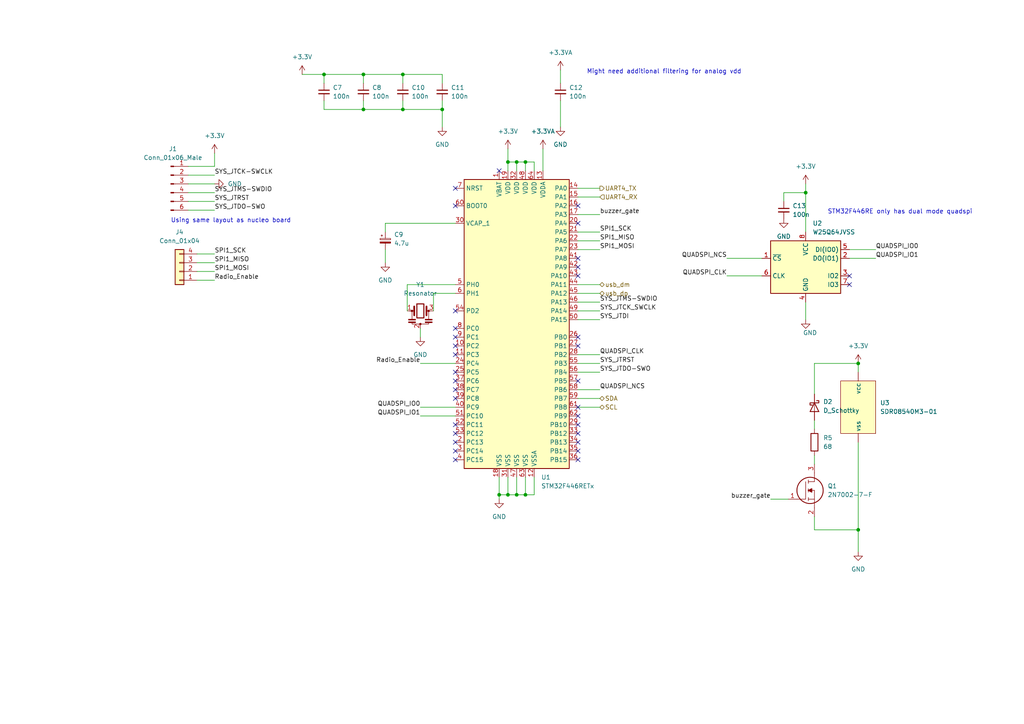
<source format=kicad_sch>
(kicad_sch (version 20211123) (generator eeschema)

  (uuid 180a8695-4877-49b2-b535-801468882026)

  (paper "A4")

  (lib_symbols
    (symbol "Components:2N7002-7-F" (pin_names (offset 0.762)) (in_bom yes) (on_board yes)
      (property "Reference" "Q" (id 0) (at 11.43 3.81 0)
        (effects (font (size 1.27 1.27)) (justify left))
      )
      (property "Value" "2N7002-7-F" (id 1) (at 11.43 1.27 0)
        (effects (font (size 1.27 1.27)) (justify left))
      )
      (property "Footprint" "SOT96P240X120-3N" (id 2) (at 11.43 -1.27 0)
        (effects (font (size 1.27 1.27)) (justify left) hide)
      )
      (property "Datasheet" "https://datasheet.datasheetarchive.com/originals/distributors/SFDatasheet-0/sf-0003625.pdf" (id 3) (at 11.43 -3.81 0)
        (effects (font (size 1.27 1.27)) (justify left) hide)
      )
      (property "Description" "MOSFET N-Channel 60V 0.21A SOT23 Diodes Inc 2N7002-7-F N-channel MOSFET Transistor, 0.115 A, 60 V, 3-Pin SOT-23" (id 4) (at 11.43 -6.35 0)
        (effects (font (size 1.27 1.27)) (justify left) hide)
      )
      (property "Height" "1.2" (id 5) (at 11.43 -8.89 0)
        (effects (font (size 1.27 1.27)) (justify left) hide)
      )
      (property "Manufacturer_Name" "Diodes Inc." (id 6) (at 11.43 -11.43 0)
        (effects (font (size 1.27 1.27)) (justify left) hide)
      )
      (property "Manufacturer_Part_Number" "2N7002-7-F" (id 7) (at 11.43 -13.97 0)
        (effects (font (size 1.27 1.27)) (justify left) hide)
      )
      (property "Mouser Part Number" "621-2N7002-F" (id 8) (at 11.43 -16.51 0)
        (effects (font (size 1.27 1.27)) (justify left) hide)
      )
      (property "Mouser Price/Stock" "https://www.mouser.co.uk/ProductDetail/Diodes-Incorporated/2N7002-7-F?qs=jMXWnm70%252BC%252BAX%252BMLzUkTZg%3D%3D" (id 9) (at 11.43 -19.05 0)
        (effects (font (size 1.27 1.27)) (justify left) hide)
      )
      (property "Arrow Part Number" "2N7002-7-F" (id 10) (at 11.43 -21.59 0)
        (effects (font (size 1.27 1.27)) (justify left) hide)
      )
      (property "Arrow Price/Stock" "https://www.arrow.com/en/products/2n7002-7-f/diodes-incorporated?region=nac" (id 11) (at 11.43 -24.13 0)
        (effects (font (size 1.27 1.27)) (justify left) hide)
      )
      (property "ki_description" "MOSFET N-Channel 60V 0.21A SOT23 Diodes Inc 2N7002-7-F N-channel MOSFET Transistor, 0.115 A, 60 V, 3-Pin SOT-23" (id 12) (at 0 0 0)
        (effects (font (size 1.27 1.27)) hide)
      )
      (symbol "2N7002-7-F_0_0"
        (pin passive line (at 0 0 0) (length 2.54)
          (name "~" (effects (font (size 1.27 1.27))))
          (number "1" (effects (font (size 1.27 1.27))))
        )
        (pin passive line (at 7.62 -5.08 90) (length 2.54)
          (name "~" (effects (font (size 1.27 1.27))))
          (number "2" (effects (font (size 1.27 1.27))))
        )
        (pin passive line (at 7.62 10.16 270) (length 2.54)
          (name "~" (effects (font (size 1.27 1.27))))
          (number "3" (effects (font (size 1.27 1.27))))
        )
      )
      (symbol "2N7002-7-F_0_1"
        (polyline
          (pts
            (xy 5.842 -0.508)
            (xy 5.842 0.508)
          )
          (stroke (width 0.1524) (type default) (color 0 0 0 0))
          (fill (type none))
        )
        (polyline
          (pts
            (xy 5.842 0)
            (xy 7.62 0)
          )
          (stroke (width 0.1524) (type default) (color 0 0 0 0))
          (fill (type none))
        )
        (polyline
          (pts
            (xy 5.842 2.032)
            (xy 5.842 3.048)
          )
          (stroke (width 0.1524) (type default) (color 0 0 0 0))
          (fill (type none))
        )
        (polyline
          (pts
            (xy 5.842 5.588)
            (xy 5.842 4.572)
          )
          (stroke (width 0.1524) (type default) (color 0 0 0 0))
          (fill (type none))
        )
        (polyline
          (pts
            (xy 7.62 2.54)
            (xy 5.842 2.54)
          )
          (stroke (width 0.1524) (type default) (color 0 0 0 0))
          (fill (type none))
        )
        (polyline
          (pts
            (xy 7.62 2.54)
            (xy 7.62 -2.54)
          )
          (stroke (width 0.1524) (type default) (color 0 0 0 0))
          (fill (type none))
        )
        (polyline
          (pts
            (xy 7.62 5.08)
            (xy 5.842 5.08)
          )
          (stroke (width 0.1524) (type default) (color 0 0 0 0))
          (fill (type none))
        )
        (polyline
          (pts
            (xy 7.62 5.08)
            (xy 7.62 7.62)
          )
          (stroke (width 0.1524) (type default) (color 0 0 0 0))
          (fill (type none))
        )
        (polyline
          (pts
            (xy 2.54 0)
            (xy 5.08 0)
            (xy 5.08 5.08)
          )
          (stroke (width 0.1524) (type default) (color 0 0 0 0))
          (fill (type none))
        )
        (polyline
          (pts
            (xy 5.842 2.54)
            (xy 6.858 3.048)
            (xy 6.858 2.032)
            (xy 5.842 2.54)
          )
          (stroke (width 0.254) (type default) (color 0 0 0 0))
          (fill (type outline))
        )
        (circle (center 6.35 2.54) (radius 3.81)
          (stroke (width 0.254) (type default) (color 0 0 0 0))
          (fill (type none))
        )
      )
    )
    (symbol "Components:W25Q64JVSS" (in_bom yes) (on_board yes)
      (property "Reference" "U" (id 0) (at -8.89 8.89 0)
        (effects (font (size 1.27 1.27)))
      )
      (property "Value" "W25Q64JVSS" (id 1) (at 7.62 8.89 0)
        (effects (font (size 1.27 1.27)))
      )
      (property "Footprint" "Package_SO:SOIC-8_5.23x5.23mm_P1.27mm" (id 2) (at 0 0 0)
        (effects (font (size 1.27 1.27)) hide)
      )
      (property "Datasheet" "https://www.winbond.com/resource-files/W25Q64JV%20RevK%2003102021%20Plus.pdf#toolbar=0" (id 3) (at 0 0 0)
        (effects (font (size 1.27 1.27)) hide)
      )
      (property "ki_keywords" "flash memory SPI" (id 4) (at 0 0 0)
        (effects (font (size 1.27 1.27)) hide)
      )
      (property "ki_description" "64Mb Serial Flash Memory, Standard/Dual/Quad SPI, SOIC-8" (id 5) (at 0 0 0)
        (effects (font (size 1.27 1.27)) hide)
      )
      (property "ki_fp_filters" "SOIC*5.23x5.23mm*P1.27mm*" (id 6) (at 0 0 0)
        (effects (font (size 1.27 1.27)) hide)
      )
      (symbol "W25Q64JVSS_0_1"
        (rectangle (start -10.16 7.62) (end 10.16 -7.62)
          (stroke (width 0.254) (type default) (color 0 0 0 0))
          (fill (type background))
        )
      )
      (symbol "W25Q64JVSS_1_1"
        (pin input line (at -12.7 2.54 0) (length 2.54)
          (name "~{CS}" (effects (font (size 1.27 1.27))))
          (number "1" (effects (font (size 1.27 1.27))))
        )
        (pin bidirectional line (at 12.7 2.54 180) (length 2.54)
          (name "DO(IO1)" (effects (font (size 1.27 1.27))))
          (number "2" (effects (font (size 1.27 1.27))))
        )
        (pin bidirectional line (at 12.7 -2.54 180) (length 2.54)
          (name "IO2" (effects (font (size 1.27 1.27))))
          (number "3" (effects (font (size 1.27 1.27))))
        )
        (pin power_in line (at 0 -10.16 90) (length 2.54)
          (name "GND" (effects (font (size 1.27 1.27))))
          (number "4" (effects (font (size 1.27 1.27))))
        )
        (pin bidirectional line (at 12.7 5.08 180) (length 2.54)
          (name "DI(IO0)" (effects (font (size 1.27 1.27))))
          (number "5" (effects (font (size 1.27 1.27))))
        )
        (pin input line (at -12.7 -2.54 0) (length 2.54)
          (name "CLK" (effects (font (size 1.27 1.27))))
          (number "6" (effects (font (size 1.27 1.27))))
        )
        (pin bidirectional line (at 12.7 -5.08 180) (length 2.54)
          (name "IO3" (effects (font (size 1.27 1.27))))
          (number "7" (effects (font (size 1.27 1.27))))
        )
        (pin power_in line (at 0 10.16 270) (length 2.54)
          (name "VCC" (effects (font (size 1.27 1.27))))
          (number "8" (effects (font (size 1.27 1.27))))
        )
      )
    )
    (symbol "Connector:Conn_01x06_Male" (pin_names (offset 1.016) hide) (in_bom yes) (on_board yes)
      (property "Reference" "J" (id 0) (at 0 7.62 0)
        (effects (font (size 1.27 1.27)))
      )
      (property "Value" "Conn_01x06_Male" (id 1) (at 0 -10.16 0)
        (effects (font (size 1.27 1.27)))
      )
      (property "Footprint" "" (id 2) (at 0 0 0)
        (effects (font (size 1.27 1.27)) hide)
      )
      (property "Datasheet" "~" (id 3) (at 0 0 0)
        (effects (font (size 1.27 1.27)) hide)
      )
      (property "ki_keywords" "connector" (id 4) (at 0 0 0)
        (effects (font (size 1.27 1.27)) hide)
      )
      (property "ki_description" "Generic connector, single row, 01x06, script generated (kicad-library-utils/schlib/autogen/connector/)" (id 5) (at 0 0 0)
        (effects (font (size 1.27 1.27)) hide)
      )
      (property "ki_fp_filters" "Connector*:*_1x??_*" (id 6) (at 0 0 0)
        (effects (font (size 1.27 1.27)) hide)
      )
      (symbol "Conn_01x06_Male_1_1"
        (polyline
          (pts
            (xy 1.27 -7.62)
            (xy 0.8636 -7.62)
          )
          (stroke (width 0.1524) (type default) (color 0 0 0 0))
          (fill (type none))
        )
        (polyline
          (pts
            (xy 1.27 -5.08)
            (xy 0.8636 -5.08)
          )
          (stroke (width 0.1524) (type default) (color 0 0 0 0))
          (fill (type none))
        )
        (polyline
          (pts
            (xy 1.27 -2.54)
            (xy 0.8636 -2.54)
          )
          (stroke (width 0.1524) (type default) (color 0 0 0 0))
          (fill (type none))
        )
        (polyline
          (pts
            (xy 1.27 0)
            (xy 0.8636 0)
          )
          (stroke (width 0.1524) (type default) (color 0 0 0 0))
          (fill (type none))
        )
        (polyline
          (pts
            (xy 1.27 2.54)
            (xy 0.8636 2.54)
          )
          (stroke (width 0.1524) (type default) (color 0 0 0 0))
          (fill (type none))
        )
        (polyline
          (pts
            (xy 1.27 5.08)
            (xy 0.8636 5.08)
          )
          (stroke (width 0.1524) (type default) (color 0 0 0 0))
          (fill (type none))
        )
        (rectangle (start 0.8636 -7.493) (end 0 -7.747)
          (stroke (width 0.1524) (type default) (color 0 0 0 0))
          (fill (type outline))
        )
        (rectangle (start 0.8636 -4.953) (end 0 -5.207)
          (stroke (width 0.1524) (type default) (color 0 0 0 0))
          (fill (type outline))
        )
        (rectangle (start 0.8636 -2.413) (end 0 -2.667)
          (stroke (width 0.1524) (type default) (color 0 0 0 0))
          (fill (type outline))
        )
        (rectangle (start 0.8636 0.127) (end 0 -0.127)
          (stroke (width 0.1524) (type default) (color 0 0 0 0))
          (fill (type outline))
        )
        (rectangle (start 0.8636 2.667) (end 0 2.413)
          (stroke (width 0.1524) (type default) (color 0 0 0 0))
          (fill (type outline))
        )
        (rectangle (start 0.8636 5.207) (end 0 4.953)
          (stroke (width 0.1524) (type default) (color 0 0 0 0))
          (fill (type outline))
        )
        (pin passive line (at 5.08 5.08 180) (length 3.81)
          (name "Pin_1" (effects (font (size 1.27 1.27))))
          (number "1" (effects (font (size 1.27 1.27))))
        )
        (pin passive line (at 5.08 2.54 180) (length 3.81)
          (name "Pin_2" (effects (font (size 1.27 1.27))))
          (number "2" (effects (font (size 1.27 1.27))))
        )
        (pin passive line (at 5.08 0 180) (length 3.81)
          (name "Pin_3" (effects (font (size 1.27 1.27))))
          (number "3" (effects (font (size 1.27 1.27))))
        )
        (pin passive line (at 5.08 -2.54 180) (length 3.81)
          (name "Pin_4" (effects (font (size 1.27 1.27))))
          (number "4" (effects (font (size 1.27 1.27))))
        )
        (pin passive line (at 5.08 -5.08 180) (length 3.81)
          (name "Pin_5" (effects (font (size 1.27 1.27))))
          (number "5" (effects (font (size 1.27 1.27))))
        )
        (pin passive line (at 5.08 -7.62 180) (length 3.81)
          (name "Pin_6" (effects (font (size 1.27 1.27))))
          (number "6" (effects (font (size 1.27 1.27))))
        )
      )
    )
    (symbol "Connector_Generic:Conn_01x04" (pin_names (offset 1.016) hide) (in_bom yes) (on_board yes)
      (property "Reference" "J" (id 0) (at 0 5.08 0)
        (effects (font (size 1.27 1.27)))
      )
      (property "Value" "Conn_01x04" (id 1) (at 0 -7.62 0)
        (effects (font (size 1.27 1.27)))
      )
      (property "Footprint" "" (id 2) (at 0 0 0)
        (effects (font (size 1.27 1.27)) hide)
      )
      (property "Datasheet" "~" (id 3) (at 0 0 0)
        (effects (font (size 1.27 1.27)) hide)
      )
      (property "ki_keywords" "connector" (id 4) (at 0 0 0)
        (effects (font (size 1.27 1.27)) hide)
      )
      (property "ki_description" "Generic connector, single row, 01x04, script generated (kicad-library-utils/schlib/autogen/connector/)" (id 5) (at 0 0 0)
        (effects (font (size 1.27 1.27)) hide)
      )
      (property "ki_fp_filters" "Connector*:*_1x??_*" (id 6) (at 0 0 0)
        (effects (font (size 1.27 1.27)) hide)
      )
      (symbol "Conn_01x04_1_1"
        (rectangle (start -1.27 -4.953) (end 0 -5.207)
          (stroke (width 0.1524) (type default) (color 0 0 0 0))
          (fill (type none))
        )
        (rectangle (start -1.27 -2.413) (end 0 -2.667)
          (stroke (width 0.1524) (type default) (color 0 0 0 0))
          (fill (type none))
        )
        (rectangle (start -1.27 0.127) (end 0 -0.127)
          (stroke (width 0.1524) (type default) (color 0 0 0 0))
          (fill (type none))
        )
        (rectangle (start -1.27 2.667) (end 0 2.413)
          (stroke (width 0.1524) (type default) (color 0 0 0 0))
          (fill (type none))
        )
        (rectangle (start -1.27 3.81) (end 1.27 -6.35)
          (stroke (width 0.254) (type default) (color 0 0 0 0))
          (fill (type background))
        )
        (pin passive line (at -5.08 2.54 0) (length 3.81)
          (name "Pin_1" (effects (font (size 1.27 1.27))))
          (number "1" (effects (font (size 1.27 1.27))))
        )
        (pin passive line (at -5.08 0 0) (length 3.81)
          (name "Pin_2" (effects (font (size 1.27 1.27))))
          (number "2" (effects (font (size 1.27 1.27))))
        )
        (pin passive line (at -5.08 -2.54 0) (length 3.81)
          (name "Pin_3" (effects (font (size 1.27 1.27))))
          (number "3" (effects (font (size 1.27 1.27))))
        )
        (pin passive line (at -5.08 -5.08 0) (length 3.81)
          (name "Pin_4" (effects (font (size 1.27 1.27))))
          (number "4" (effects (font (size 1.27 1.27))))
        )
      )
    )
    (symbol "Device:C_Polarized_Small" (pin_numbers hide) (pin_names (offset 0.254) hide) (in_bom yes) (on_board yes)
      (property "Reference" "C" (id 0) (at 0.254 1.778 0)
        (effects (font (size 1.27 1.27)) (justify left))
      )
      (property "Value" "C_Polarized_Small" (id 1) (at 0.254 -2.032 0)
        (effects (font (size 1.27 1.27)) (justify left))
      )
      (property "Footprint" "" (id 2) (at 0 0 0)
        (effects (font (size 1.27 1.27)) hide)
      )
      (property "Datasheet" "~" (id 3) (at 0 0 0)
        (effects (font (size 1.27 1.27)) hide)
      )
      (property "ki_keywords" "cap capacitor" (id 4) (at 0 0 0)
        (effects (font (size 1.27 1.27)) hide)
      )
      (property "ki_description" "Polarized capacitor, small symbol" (id 5) (at 0 0 0)
        (effects (font (size 1.27 1.27)) hide)
      )
      (property "ki_fp_filters" "CP_*" (id 6) (at 0 0 0)
        (effects (font (size 1.27 1.27)) hide)
      )
      (symbol "C_Polarized_Small_0_1"
        (rectangle (start -1.524 -0.3048) (end 1.524 -0.6858)
          (stroke (width 0) (type default) (color 0 0 0 0))
          (fill (type outline))
        )
        (rectangle (start -1.524 0.6858) (end 1.524 0.3048)
          (stroke (width 0) (type default) (color 0 0 0 0))
          (fill (type none))
        )
        (polyline
          (pts
            (xy -1.27 1.524)
            (xy -0.762 1.524)
          )
          (stroke (width 0) (type default) (color 0 0 0 0))
          (fill (type none))
        )
        (polyline
          (pts
            (xy -1.016 1.27)
            (xy -1.016 1.778)
          )
          (stroke (width 0) (type default) (color 0 0 0 0))
          (fill (type none))
        )
      )
      (symbol "C_Polarized_Small_1_1"
        (pin passive line (at 0 2.54 270) (length 1.8542)
          (name "~" (effects (font (size 1.27 1.27))))
          (number "1" (effects (font (size 1.27 1.27))))
        )
        (pin passive line (at 0 -2.54 90) (length 1.8542)
          (name "~" (effects (font (size 1.27 1.27))))
          (number "2" (effects (font (size 1.27 1.27))))
        )
      )
    )
    (symbol "Device:C_Small" (pin_numbers hide) (pin_names (offset 0.254) hide) (in_bom yes) (on_board yes)
      (property "Reference" "C" (id 0) (at 0.254 1.778 0)
        (effects (font (size 1.27 1.27)) (justify left))
      )
      (property "Value" "C_Small" (id 1) (at 0.254 -2.032 0)
        (effects (font (size 1.27 1.27)) (justify left))
      )
      (property "Footprint" "" (id 2) (at 0 0 0)
        (effects (font (size 1.27 1.27)) hide)
      )
      (property "Datasheet" "~" (id 3) (at 0 0 0)
        (effects (font (size 1.27 1.27)) hide)
      )
      (property "ki_keywords" "capacitor cap" (id 4) (at 0 0 0)
        (effects (font (size 1.27 1.27)) hide)
      )
      (property "ki_description" "Unpolarized capacitor, small symbol" (id 5) (at 0 0 0)
        (effects (font (size 1.27 1.27)) hide)
      )
      (property "ki_fp_filters" "C_*" (id 6) (at 0 0 0)
        (effects (font (size 1.27 1.27)) hide)
      )
      (symbol "C_Small_0_1"
        (polyline
          (pts
            (xy -1.524 -0.508)
            (xy 1.524 -0.508)
          )
          (stroke (width 0.3302) (type default) (color 0 0 0 0))
          (fill (type none))
        )
        (polyline
          (pts
            (xy -1.524 0.508)
            (xy 1.524 0.508)
          )
          (stroke (width 0.3048) (type default) (color 0 0 0 0))
          (fill (type none))
        )
      )
      (symbol "C_Small_1_1"
        (pin passive line (at 0 2.54 270) (length 2.032)
          (name "~" (effects (font (size 1.27 1.27))))
          (number "1" (effects (font (size 1.27 1.27))))
        )
        (pin passive line (at 0 -2.54 90) (length 2.032)
          (name "~" (effects (font (size 1.27 1.27))))
          (number "2" (effects (font (size 1.27 1.27))))
        )
      )
    )
    (symbol "Device:D_Schottky" (pin_numbers hide) (pin_names (offset 1.016) hide) (in_bom yes) (on_board yes)
      (property "Reference" "D" (id 0) (at 0 2.54 0)
        (effects (font (size 1.27 1.27)))
      )
      (property "Value" "D_Schottky" (id 1) (at 0 -2.54 0)
        (effects (font (size 1.27 1.27)))
      )
      (property "Footprint" "" (id 2) (at 0 0 0)
        (effects (font (size 1.27 1.27)) hide)
      )
      (property "Datasheet" "~" (id 3) (at 0 0 0)
        (effects (font (size 1.27 1.27)) hide)
      )
      (property "ki_keywords" "diode Schottky" (id 4) (at 0 0 0)
        (effects (font (size 1.27 1.27)) hide)
      )
      (property "ki_description" "Schottky diode" (id 5) (at 0 0 0)
        (effects (font (size 1.27 1.27)) hide)
      )
      (property "ki_fp_filters" "TO-???* *_Diode_* *SingleDiode* D_*" (id 6) (at 0 0 0)
        (effects (font (size 1.27 1.27)) hide)
      )
      (symbol "D_Schottky_0_1"
        (polyline
          (pts
            (xy 1.27 0)
            (xy -1.27 0)
          )
          (stroke (width 0) (type default) (color 0 0 0 0))
          (fill (type none))
        )
        (polyline
          (pts
            (xy 1.27 1.27)
            (xy 1.27 -1.27)
            (xy -1.27 0)
            (xy 1.27 1.27)
          )
          (stroke (width 0.254) (type default) (color 0 0 0 0))
          (fill (type none))
        )
        (polyline
          (pts
            (xy -1.905 0.635)
            (xy -1.905 1.27)
            (xy -1.27 1.27)
            (xy -1.27 -1.27)
            (xy -0.635 -1.27)
            (xy -0.635 -0.635)
          )
          (stroke (width 0.254) (type default) (color 0 0 0 0))
          (fill (type none))
        )
      )
      (symbol "D_Schottky_1_1"
        (pin passive line (at -3.81 0 0) (length 2.54)
          (name "K" (effects (font (size 1.27 1.27))))
          (number "1" (effects (font (size 1.27 1.27))))
        )
        (pin passive line (at 3.81 0 180) (length 2.54)
          (name "A" (effects (font (size 1.27 1.27))))
          (number "2" (effects (font (size 1.27 1.27))))
        )
      )
    )
    (symbol "Device:R" (pin_numbers hide) (pin_names (offset 0)) (in_bom yes) (on_board yes)
      (property "Reference" "R" (id 0) (at 2.032 0 90)
        (effects (font (size 1.27 1.27)))
      )
      (property "Value" "R" (id 1) (at 0 0 90)
        (effects (font (size 1.27 1.27)))
      )
      (property "Footprint" "" (id 2) (at -1.778 0 90)
        (effects (font (size 1.27 1.27)) hide)
      )
      (property "Datasheet" "~" (id 3) (at 0 0 0)
        (effects (font (size 1.27 1.27)) hide)
      )
      (property "ki_keywords" "R res resistor" (id 4) (at 0 0 0)
        (effects (font (size 1.27 1.27)) hide)
      )
      (property "ki_description" "Resistor" (id 5) (at 0 0 0)
        (effects (font (size 1.27 1.27)) hide)
      )
      (property "ki_fp_filters" "R_*" (id 6) (at 0 0 0)
        (effects (font (size 1.27 1.27)) hide)
      )
      (symbol "R_0_1"
        (rectangle (start -1.016 -2.54) (end 1.016 2.54)
          (stroke (width 0.254) (type default) (color 0 0 0 0))
          (fill (type none))
        )
      )
      (symbol "R_1_1"
        (pin passive line (at 0 3.81 270) (length 1.27)
          (name "~" (effects (font (size 1.27 1.27))))
          (number "1" (effects (font (size 1.27 1.27))))
        )
        (pin passive line (at 0 -3.81 90) (length 1.27)
          (name "~" (effects (font (size 1.27 1.27))))
          (number "2" (effects (font (size 1.27 1.27))))
        )
      )
    )
    (symbol "Device:Resonator" (pin_names (offset 1.016) hide) (in_bom yes) (on_board yes)
      (property "Reference" "Y" (id 0) (at 0 5.715 0)
        (effects (font (size 1.27 1.27)))
      )
      (property "Value" "Resonator" (id 1) (at 0 3.81 0)
        (effects (font (size 1.27 1.27)))
      )
      (property "Footprint" "" (id 2) (at -0.635 0 0)
        (effects (font (size 1.27 1.27)) hide)
      )
      (property "Datasheet" "~" (id 3) (at -0.635 0 0)
        (effects (font (size 1.27 1.27)) hide)
      )
      (property "ki_keywords" "ceramic resonator" (id 4) (at 0 0 0)
        (effects (font (size 1.27 1.27)) hide)
      )
      (property "ki_description" "Three pin ceramic resonator" (id 5) (at 0 0 0)
        (effects (font (size 1.27 1.27)) hide)
      )
      (property "ki_fp_filters" "Filter* Resonator*" (id 6) (at 0 0 0)
        (effects (font (size 1.27 1.27)) hide)
      )
      (symbol "Resonator_0_1"
        (rectangle (start -3.429 -3.175) (end -1.397 -3.429)
          (stroke (width 0) (type default) (color 0 0 0 0))
          (fill (type outline))
        )
        (rectangle (start -3.429 -2.413) (end -1.397 -2.667)
          (stroke (width 0) (type default) (color 0 0 0 0))
          (fill (type outline))
        )
        (circle (center -2.413 0) (radius 0.254)
          (stroke (width 0) (type default) (color 0 0 0 0))
          (fill (type outline))
        )
        (rectangle (start -1.016 2.032) (end 1.016 -2.032)
          (stroke (width 0.3048) (type default) (color 0 0 0 0))
          (fill (type none))
        )
        (circle (center 0 -3.81) (radius 0.254)
          (stroke (width 0) (type default) (color 0 0 0 0))
          (fill (type outline))
        )
        (polyline
          (pts
            (xy -2.413 -2.413)
            (xy -2.413 0)
          )
          (stroke (width 0) (type default) (color 0 0 0 0))
          (fill (type none))
        )
        (polyline
          (pts
            (xy -1.905 0)
            (xy -3.175 0)
          )
          (stroke (width 0) (type default) (color 0 0 0 0))
          (fill (type none))
        )
        (polyline
          (pts
            (xy -1.778 -1.27)
            (xy -1.778 1.27)
          )
          (stroke (width 0.508) (type default) (color 0 0 0 0))
          (fill (type none))
        )
        (polyline
          (pts
            (xy 1.778 -1.27)
            (xy 1.778 1.27)
          )
          (stroke (width 0.508) (type default) (color 0 0 0 0))
          (fill (type none))
        )
        (polyline
          (pts
            (xy 1.905 0)
            (xy 2.54 0)
          )
          (stroke (width 0) (type default) (color 0 0 0 0))
          (fill (type none))
        )
        (polyline
          (pts
            (xy 2.413 0)
            (xy 2.413 -2.54)
          )
          (stroke (width 0) (type default) (color 0 0 0 0))
          (fill (type none))
        )
        (polyline
          (pts
            (xy 2.413 -3.302)
            (xy 2.413 -3.81)
            (xy -2.413 -3.81)
            (xy -2.413 -3.302)
          )
          (stroke (width 0) (type default) (color 0 0 0 0))
          (fill (type none))
        )
        (rectangle (start 1.397 -3.175) (end 3.429 -3.429)
          (stroke (width 0) (type default) (color 0 0 0 0))
          (fill (type outline))
        )
        (rectangle (start 1.397 -2.413) (end 3.429 -2.667)
          (stroke (width 0) (type default) (color 0 0 0 0))
          (fill (type outline))
        )
        (circle (center 2.413 0) (radius 0.254)
          (stroke (width 0) (type default) (color 0 0 0 0))
          (fill (type outline))
        )
      )
      (symbol "Resonator_1_1"
        (pin passive line (at -3.81 0 0) (length 1.27)
          (name "1" (effects (font (size 1.27 1.27))))
          (number "1" (effects (font (size 1.27 1.27))))
        )
        (pin passive line (at 0 -5.08 90) (length 1.27)
          (name "2" (effects (font (size 1.27 1.27))))
          (number "2" (effects (font (size 1.27 1.27))))
        )
        (pin passive line (at 3.81 0 180) (length 1.27)
          (name "3" (effects (font (size 1.27 1.27))))
          (number "3" (effects (font (size 1.27 1.27))))
        )
      )
    )
    (symbol "MCU_ST_STM32F4:STM32F446RETx" (in_bom yes) (on_board yes)
      (property "Reference" "U" (id 0) (at -15.24 41.91 0)
        (effects (font (size 1.27 1.27)) (justify left))
      )
      (property "Value" "STM32F446RETx" (id 1) (at 10.16 41.91 0)
        (effects (font (size 1.27 1.27)) (justify left))
      )
      (property "Footprint" "Package_QFP:LQFP-64_10x10mm_P0.5mm" (id 2) (at -15.24 -43.18 0)
        (effects (font (size 1.27 1.27)) (justify right) hide)
      )
      (property "Datasheet" "http://www.st.com/st-web-ui/static/active/en/resource/technical/document/datasheet/DM00141306.pdf" (id 3) (at 0 0 0)
        (effects (font (size 1.27 1.27)) hide)
      )
      (property "ki_keywords" "ARM Cortex-M4 STM32F4 STM32F446" (id 4) (at 0 0 0)
        (effects (font (size 1.27 1.27)) hide)
      )
      (property "ki_description" "ARM Cortex-M4 MCU, 512KB flash, 128KB RAM, 180MHz, 1.8-3.6V, 50 GPIO, LQFP-64" (id 5) (at 0 0 0)
        (effects (font (size 1.27 1.27)) hide)
      )
      (property "ki_fp_filters" "LQFP*10x10mm*P0.5mm*" (id 6) (at 0 0 0)
        (effects (font (size 1.27 1.27)) hide)
      )
      (symbol "STM32F446RETx_0_1"
        (rectangle (start -15.24 -43.18) (end 15.24 40.64)
          (stroke (width 0.254) (type default) (color 0 0 0 0))
          (fill (type background))
        )
      )
      (symbol "STM32F446RETx_1_1"
        (pin power_in line (at -5.08 43.18 270) (length 2.54)
          (name "VBAT" (effects (font (size 1.27 1.27))))
          (number "1" (effects (font (size 1.27 1.27))))
        )
        (pin bidirectional line (at -17.78 -7.62 0) (length 2.54)
          (name "PC2" (effects (font (size 1.27 1.27))))
          (number "10" (effects (font (size 1.27 1.27))))
        )
        (pin bidirectional line (at -17.78 -10.16 0) (length 2.54)
          (name "PC3" (effects (font (size 1.27 1.27))))
          (number "11" (effects (font (size 1.27 1.27))))
        )
        (pin power_in line (at 5.08 -45.72 90) (length 2.54)
          (name "VSSA" (effects (font (size 1.27 1.27))))
          (number "12" (effects (font (size 1.27 1.27))))
        )
        (pin power_in line (at 7.62 43.18 270) (length 2.54)
          (name "VDDA" (effects (font (size 1.27 1.27))))
          (number "13" (effects (font (size 1.27 1.27))))
        )
        (pin bidirectional line (at 17.78 38.1 180) (length 2.54)
          (name "PA0" (effects (font (size 1.27 1.27))))
          (number "14" (effects (font (size 1.27 1.27))))
        )
        (pin bidirectional line (at 17.78 35.56 180) (length 2.54)
          (name "PA1" (effects (font (size 1.27 1.27))))
          (number "15" (effects (font (size 1.27 1.27))))
        )
        (pin bidirectional line (at 17.78 33.02 180) (length 2.54)
          (name "PA2" (effects (font (size 1.27 1.27))))
          (number "16" (effects (font (size 1.27 1.27))))
        )
        (pin bidirectional line (at 17.78 30.48 180) (length 2.54)
          (name "PA3" (effects (font (size 1.27 1.27))))
          (number "17" (effects (font (size 1.27 1.27))))
        )
        (pin power_in line (at -5.08 -45.72 90) (length 2.54)
          (name "VSS" (effects (font (size 1.27 1.27))))
          (number "18" (effects (font (size 1.27 1.27))))
        )
        (pin power_in line (at -2.54 43.18 270) (length 2.54)
          (name "VDD" (effects (font (size 1.27 1.27))))
          (number "19" (effects (font (size 1.27 1.27))))
        )
        (pin bidirectional line (at -17.78 -35.56 0) (length 2.54)
          (name "PC13" (effects (font (size 1.27 1.27))))
          (number "2" (effects (font (size 1.27 1.27))))
        )
        (pin bidirectional line (at 17.78 27.94 180) (length 2.54)
          (name "PA4" (effects (font (size 1.27 1.27))))
          (number "20" (effects (font (size 1.27 1.27))))
        )
        (pin bidirectional line (at 17.78 25.4 180) (length 2.54)
          (name "PA5" (effects (font (size 1.27 1.27))))
          (number "21" (effects (font (size 1.27 1.27))))
        )
        (pin bidirectional line (at 17.78 22.86 180) (length 2.54)
          (name "PA6" (effects (font (size 1.27 1.27))))
          (number "22" (effects (font (size 1.27 1.27))))
        )
        (pin bidirectional line (at 17.78 20.32 180) (length 2.54)
          (name "PA7" (effects (font (size 1.27 1.27))))
          (number "23" (effects (font (size 1.27 1.27))))
        )
        (pin bidirectional line (at -17.78 -12.7 0) (length 2.54)
          (name "PC4" (effects (font (size 1.27 1.27))))
          (number "24" (effects (font (size 1.27 1.27))))
        )
        (pin bidirectional line (at -17.78 -15.24 0) (length 2.54)
          (name "PC5" (effects (font (size 1.27 1.27))))
          (number "25" (effects (font (size 1.27 1.27))))
        )
        (pin bidirectional line (at 17.78 -5.08 180) (length 2.54)
          (name "PB0" (effects (font (size 1.27 1.27))))
          (number "26" (effects (font (size 1.27 1.27))))
        )
        (pin bidirectional line (at 17.78 -7.62 180) (length 2.54)
          (name "PB1" (effects (font (size 1.27 1.27))))
          (number "27" (effects (font (size 1.27 1.27))))
        )
        (pin bidirectional line (at 17.78 -10.16 180) (length 2.54)
          (name "PB2" (effects (font (size 1.27 1.27))))
          (number "28" (effects (font (size 1.27 1.27))))
        )
        (pin bidirectional line (at 17.78 -30.48 180) (length 2.54)
          (name "PB10" (effects (font (size 1.27 1.27))))
          (number "29" (effects (font (size 1.27 1.27))))
        )
        (pin bidirectional line (at -17.78 -38.1 0) (length 2.54)
          (name "PC14" (effects (font (size 1.27 1.27))))
          (number "3" (effects (font (size 1.27 1.27))))
        )
        (pin power_in line (at -17.78 27.94 0) (length 2.54)
          (name "VCAP_1" (effects (font (size 1.27 1.27))))
          (number "30" (effects (font (size 1.27 1.27))))
        )
        (pin power_in line (at -2.54 -45.72 90) (length 2.54)
          (name "VSS" (effects (font (size 1.27 1.27))))
          (number "31" (effects (font (size 1.27 1.27))))
        )
        (pin power_in line (at 0 43.18 270) (length 2.54)
          (name "VDD" (effects (font (size 1.27 1.27))))
          (number "32" (effects (font (size 1.27 1.27))))
        )
        (pin bidirectional line (at 17.78 -33.02 180) (length 2.54)
          (name "PB12" (effects (font (size 1.27 1.27))))
          (number "33" (effects (font (size 1.27 1.27))))
        )
        (pin bidirectional line (at 17.78 -35.56 180) (length 2.54)
          (name "PB13" (effects (font (size 1.27 1.27))))
          (number "34" (effects (font (size 1.27 1.27))))
        )
        (pin bidirectional line (at 17.78 -38.1 180) (length 2.54)
          (name "PB14" (effects (font (size 1.27 1.27))))
          (number "35" (effects (font (size 1.27 1.27))))
        )
        (pin bidirectional line (at 17.78 -40.64 180) (length 2.54)
          (name "PB15" (effects (font (size 1.27 1.27))))
          (number "36" (effects (font (size 1.27 1.27))))
        )
        (pin bidirectional line (at -17.78 -17.78 0) (length 2.54)
          (name "PC6" (effects (font (size 1.27 1.27))))
          (number "37" (effects (font (size 1.27 1.27))))
        )
        (pin bidirectional line (at -17.78 -20.32 0) (length 2.54)
          (name "PC7" (effects (font (size 1.27 1.27))))
          (number "38" (effects (font (size 1.27 1.27))))
        )
        (pin bidirectional line (at -17.78 -22.86 0) (length 2.54)
          (name "PC8" (effects (font (size 1.27 1.27))))
          (number "39" (effects (font (size 1.27 1.27))))
        )
        (pin bidirectional line (at -17.78 -40.64 0) (length 2.54)
          (name "PC15" (effects (font (size 1.27 1.27))))
          (number "4" (effects (font (size 1.27 1.27))))
        )
        (pin bidirectional line (at -17.78 -25.4 0) (length 2.54)
          (name "PC9" (effects (font (size 1.27 1.27))))
          (number "40" (effects (font (size 1.27 1.27))))
        )
        (pin bidirectional line (at 17.78 17.78 180) (length 2.54)
          (name "PA8" (effects (font (size 1.27 1.27))))
          (number "41" (effects (font (size 1.27 1.27))))
        )
        (pin bidirectional line (at 17.78 15.24 180) (length 2.54)
          (name "PA9" (effects (font (size 1.27 1.27))))
          (number "42" (effects (font (size 1.27 1.27))))
        )
        (pin bidirectional line (at 17.78 12.7 180) (length 2.54)
          (name "PA10" (effects (font (size 1.27 1.27))))
          (number "43" (effects (font (size 1.27 1.27))))
        )
        (pin bidirectional line (at 17.78 10.16 180) (length 2.54)
          (name "PA11" (effects (font (size 1.27 1.27))))
          (number "44" (effects (font (size 1.27 1.27))))
        )
        (pin bidirectional line (at 17.78 7.62 180) (length 2.54)
          (name "PA12" (effects (font (size 1.27 1.27))))
          (number "45" (effects (font (size 1.27 1.27))))
        )
        (pin bidirectional line (at 17.78 5.08 180) (length 2.54)
          (name "PA13" (effects (font (size 1.27 1.27))))
          (number "46" (effects (font (size 1.27 1.27))))
        )
        (pin power_in line (at 0 -45.72 90) (length 2.54)
          (name "VSS" (effects (font (size 1.27 1.27))))
          (number "47" (effects (font (size 1.27 1.27))))
        )
        (pin power_in line (at 2.54 43.18 270) (length 2.54)
          (name "VDD" (effects (font (size 1.27 1.27))))
          (number "48" (effects (font (size 1.27 1.27))))
        )
        (pin bidirectional line (at 17.78 2.54 180) (length 2.54)
          (name "PA14" (effects (font (size 1.27 1.27))))
          (number "49" (effects (font (size 1.27 1.27))))
        )
        (pin input line (at -17.78 10.16 0) (length 2.54)
          (name "PH0" (effects (font (size 1.27 1.27))))
          (number "5" (effects (font (size 1.27 1.27))))
        )
        (pin bidirectional line (at 17.78 0 180) (length 2.54)
          (name "PA15" (effects (font (size 1.27 1.27))))
          (number "50" (effects (font (size 1.27 1.27))))
        )
        (pin bidirectional line (at -17.78 -27.94 0) (length 2.54)
          (name "PC10" (effects (font (size 1.27 1.27))))
          (number "51" (effects (font (size 1.27 1.27))))
        )
        (pin bidirectional line (at -17.78 -30.48 0) (length 2.54)
          (name "PC11" (effects (font (size 1.27 1.27))))
          (number "52" (effects (font (size 1.27 1.27))))
        )
        (pin bidirectional line (at -17.78 -33.02 0) (length 2.54)
          (name "PC12" (effects (font (size 1.27 1.27))))
          (number "53" (effects (font (size 1.27 1.27))))
        )
        (pin bidirectional line (at -17.78 2.54 0) (length 2.54)
          (name "PD2" (effects (font (size 1.27 1.27))))
          (number "54" (effects (font (size 1.27 1.27))))
        )
        (pin bidirectional line (at 17.78 -12.7 180) (length 2.54)
          (name "PB3" (effects (font (size 1.27 1.27))))
          (number "55" (effects (font (size 1.27 1.27))))
        )
        (pin bidirectional line (at 17.78 -15.24 180) (length 2.54)
          (name "PB4" (effects (font (size 1.27 1.27))))
          (number "56" (effects (font (size 1.27 1.27))))
        )
        (pin bidirectional line (at 17.78 -17.78 180) (length 2.54)
          (name "PB5" (effects (font (size 1.27 1.27))))
          (number "57" (effects (font (size 1.27 1.27))))
        )
        (pin bidirectional line (at 17.78 -20.32 180) (length 2.54)
          (name "PB6" (effects (font (size 1.27 1.27))))
          (number "58" (effects (font (size 1.27 1.27))))
        )
        (pin bidirectional line (at 17.78 -22.86 180) (length 2.54)
          (name "PB7" (effects (font (size 1.27 1.27))))
          (number "59" (effects (font (size 1.27 1.27))))
        )
        (pin input line (at -17.78 7.62 0) (length 2.54)
          (name "PH1" (effects (font (size 1.27 1.27))))
          (number "6" (effects (font (size 1.27 1.27))))
        )
        (pin input line (at -17.78 33.02 0) (length 2.54)
          (name "BOOT0" (effects (font (size 1.27 1.27))))
          (number "60" (effects (font (size 1.27 1.27))))
        )
        (pin bidirectional line (at 17.78 -25.4 180) (length 2.54)
          (name "PB8" (effects (font (size 1.27 1.27))))
          (number "61" (effects (font (size 1.27 1.27))))
        )
        (pin bidirectional line (at 17.78 -27.94 180) (length 2.54)
          (name "PB9" (effects (font (size 1.27 1.27))))
          (number "62" (effects (font (size 1.27 1.27))))
        )
        (pin power_in line (at 2.54 -45.72 90) (length 2.54)
          (name "VSS" (effects (font (size 1.27 1.27))))
          (number "63" (effects (font (size 1.27 1.27))))
        )
        (pin power_in line (at 5.08 43.18 270) (length 2.54)
          (name "VDD" (effects (font (size 1.27 1.27))))
          (number "64" (effects (font (size 1.27 1.27))))
        )
        (pin input line (at -17.78 38.1 0) (length 2.54)
          (name "NRST" (effects (font (size 1.27 1.27))))
          (number "7" (effects (font (size 1.27 1.27))))
        )
        (pin bidirectional line (at -17.78 -2.54 0) (length 2.54)
          (name "PC0" (effects (font (size 1.27 1.27))))
          (number "8" (effects (font (size 1.27 1.27))))
        )
        (pin bidirectional line (at -17.78 -5.08 0) (length 2.54)
          (name "PC1" (effects (font (size 1.27 1.27))))
          (number "9" (effects (font (size 1.27 1.27))))
        )
      )
    )
    (symbol "SDR08540M3-01_1" (in_bom yes) (on_board yes)
      (property "Reference" "U" (id 0) (at 0 0 0)
        (effects (font (size 1.27 1.27)))
      )
      (property "Value" "SDR08540M3-01_1" (id 1) (at 0 0 0)
        (effects (font (size 1.27 1.27)))
      )
      (property "Footprint" "" (id 2) (at 0 0 0)
        (effects (font (size 1.27 1.27)) hide)
      )
      (property "Datasheet" "" (id 3) (at 0 0 0)
        (effects (font (size 1.27 1.27)) hide)
      )
      (symbol "SDR08540M3-01_1_0_1"
        (rectangle (start -5.08 8.89) (end 5.08 -6.35)
          (stroke (width 0) (type default) (color 0 0 0 0))
          (fill (type background))
        )
      )
      (symbol "SDR08540M3-01_1_1_1"
        (pin power_in line (at 0 11.43 270) (length 2.54)
          (name "vcc" (effects (font (size 1.27 1.27))))
          (number "" (effects (font (size 1.27 1.27))))
        )
        (pin power_in line (at 0 -8.89 90) (length 2.54)
          (name "vss" (effects (font (size 1.27 1.27))))
          (number "" (effects (font (size 1.27 1.27))))
        )
      )
    )
    (symbol "power:+3.3V" (power) (pin_names (offset 0)) (in_bom yes) (on_board yes)
      (property "Reference" "#PWR" (id 0) (at 0 -3.81 0)
        (effects (font (size 1.27 1.27)) hide)
      )
      (property "Value" "+3.3V" (id 1) (at 0 3.556 0)
        (effects (font (size 1.27 1.27)))
      )
      (property "Footprint" "" (id 2) (at 0 0 0)
        (effects (font (size 1.27 1.27)) hide)
      )
      (property "Datasheet" "" (id 3) (at 0 0 0)
        (effects (font (size 1.27 1.27)) hide)
      )
      (property "ki_keywords" "power-flag" (id 4) (at 0 0 0)
        (effects (font (size 1.27 1.27)) hide)
      )
      (property "ki_description" "Power symbol creates a global label with name \"+3.3V\"" (id 5) (at 0 0 0)
        (effects (font (size 1.27 1.27)) hide)
      )
      (symbol "+3.3V_0_1"
        (polyline
          (pts
            (xy -0.762 1.27)
            (xy 0 2.54)
          )
          (stroke (width 0) (type default) (color 0 0 0 0))
          (fill (type none))
        )
        (polyline
          (pts
            (xy 0 0)
            (xy 0 2.54)
          )
          (stroke (width 0) (type default) (color 0 0 0 0))
          (fill (type none))
        )
        (polyline
          (pts
            (xy 0 2.54)
            (xy 0.762 1.27)
          )
          (stroke (width 0) (type default) (color 0 0 0 0))
          (fill (type none))
        )
      )
      (symbol "+3.3V_1_1"
        (pin power_in line (at 0 0 90) (length 0) hide
          (name "+3.3V" (effects (font (size 1.27 1.27))))
          (number "1" (effects (font (size 1.27 1.27))))
        )
      )
    )
    (symbol "power:+3.3VA" (power) (pin_names (offset 0)) (in_bom yes) (on_board yes)
      (property "Reference" "#PWR" (id 0) (at 0 -3.81 0)
        (effects (font (size 1.27 1.27)) hide)
      )
      (property "Value" "+3.3VA" (id 1) (at 0 3.556 0)
        (effects (font (size 1.27 1.27)))
      )
      (property "Footprint" "" (id 2) (at 0 0 0)
        (effects (font (size 1.27 1.27)) hide)
      )
      (property "Datasheet" "" (id 3) (at 0 0 0)
        (effects (font (size 1.27 1.27)) hide)
      )
      (property "ki_keywords" "power-flag" (id 4) (at 0 0 0)
        (effects (font (size 1.27 1.27)) hide)
      )
      (property "ki_description" "Power symbol creates a global label with name \"+3.3VA\"" (id 5) (at 0 0 0)
        (effects (font (size 1.27 1.27)) hide)
      )
      (symbol "+3.3VA_0_1"
        (polyline
          (pts
            (xy -0.762 1.27)
            (xy 0 2.54)
          )
          (stroke (width 0) (type default) (color 0 0 0 0))
          (fill (type none))
        )
        (polyline
          (pts
            (xy 0 0)
            (xy 0 2.54)
          )
          (stroke (width 0) (type default) (color 0 0 0 0))
          (fill (type none))
        )
        (polyline
          (pts
            (xy 0 2.54)
            (xy 0.762 1.27)
          )
          (stroke (width 0) (type default) (color 0 0 0 0))
          (fill (type none))
        )
      )
      (symbol "+3.3VA_1_1"
        (pin power_in line (at 0 0 90) (length 0) hide
          (name "+3.3VA" (effects (font (size 1.27 1.27))))
          (number "1" (effects (font (size 1.27 1.27))))
        )
      )
    )
    (symbol "power:GND" (power) (pin_names (offset 0)) (in_bom yes) (on_board yes)
      (property "Reference" "#PWR" (id 0) (at 0 -6.35 0)
        (effects (font (size 1.27 1.27)) hide)
      )
      (property "Value" "GND" (id 1) (at 0 -3.81 0)
        (effects (font (size 1.27 1.27)))
      )
      (property "Footprint" "" (id 2) (at 0 0 0)
        (effects (font (size 1.27 1.27)) hide)
      )
      (property "Datasheet" "" (id 3) (at 0 0 0)
        (effects (font (size 1.27 1.27)) hide)
      )
      (property "ki_keywords" "power-flag" (id 4) (at 0 0 0)
        (effects (font (size 1.27 1.27)) hide)
      )
      (property "ki_description" "Power symbol creates a global label with name \"GND\" , ground" (id 5) (at 0 0 0)
        (effects (font (size 1.27 1.27)) hide)
      )
      (symbol "GND_0_1"
        (polyline
          (pts
            (xy 0 0)
            (xy 0 -1.27)
            (xy 1.27 -1.27)
            (xy 0 -2.54)
            (xy -1.27 -1.27)
            (xy 0 -1.27)
          )
          (stroke (width 0) (type default) (color 0 0 0 0))
          (fill (type none))
        )
      )
      (symbol "GND_1_1"
        (pin power_in line (at 0 0 270) (length 0) hide
          (name "GND" (effects (font (size 1.27 1.27))))
          (number "1" (effects (font (size 1.27 1.27))))
        )
      )
    )
  )

  (junction (at 149.86 143.51) (diameter 0) (color 0 0 0 0)
    (uuid 03131c46-b70f-4e2f-ae7a-f987f2b7a074)
  )
  (junction (at 248.92 153.67) (diameter 0) (color 0 0 0 0)
    (uuid 0ee8fc51-bec3-4572-8860-d1a661884776)
  )
  (junction (at 116.84 21.59) (diameter 0) (color 0 0 0 0)
    (uuid 1cf2283c-2c06-4736-9c96-70917c46a0ed)
  )
  (junction (at 152.4 46.99) (diameter 0) (color 0 0 0 0)
    (uuid 2a14a8a9-4ce8-436a-a5b2-6477701137c9)
  )
  (junction (at 93.98 21.59) (diameter 0) (color 0 0 0 0)
    (uuid 2cb47f26-1aa7-4d00-b17c-7236008d361b)
  )
  (junction (at 147.32 143.51) (diameter 0) (color 0 0 0 0)
    (uuid 2dde7feb-f55e-4788-8ed9-dec756d103e9)
  )
  (junction (at 152.4 143.51) (diameter 0) (color 0 0 0 0)
    (uuid 694e564c-f647-4539-b340-2dfcb489f5f6)
  )
  (junction (at 105.41 21.59) (diameter 0) (color 0 0 0 0)
    (uuid 7c7e2010-230b-4d6d-b363-8b90097ed0f4)
  )
  (junction (at 116.84 31.75) (diameter 0) (color 0 0 0 0)
    (uuid 982d810f-c374-44bf-b0b9-12c82756feae)
  )
  (junction (at 147.32 46.99) (diameter 0) (color 0 0 0 0)
    (uuid a3fad7d0-64a0-477f-9d1e-b140d68a7c95)
  )
  (junction (at 144.78 143.51) (diameter 0) (color 0 0 0 0)
    (uuid a6d9b043-88ee-4b01-944c-4a5865b84ed9)
  )
  (junction (at 128.27 31.75) (diameter 0) (color 0 0 0 0)
    (uuid bcb47c39-6c0f-46ee-8e9b-fb1f01a6a99c)
  )
  (junction (at 105.41 31.75) (diameter 0) (color 0 0 0 0)
    (uuid d5bf00ab-1bd8-4d71-b7fd-1713fb836a43)
  )
  (junction (at 149.86 46.99) (diameter 0) (color 0 0 0 0)
    (uuid db0b7082-5391-4b72-89d4-e5550a2a1ad2)
  )
  (junction (at 248.92 105.41) (diameter 0) (color 0 0 0 0)
    (uuid dd01ca16-3aa8-45e3-b95d-731f26810b8b)
  )
  (junction (at 233.68 55.88) (diameter 0) (color 0 0 0 0)
    (uuid e6007887-e4b7-4ac5-92fa-94ff65b691f2)
  )

  (no_connect (at 144.78 49.53) (uuid 05977394-a3a9-4345-917a-f34ed349831b))
  (no_connect (at 167.64 74.93) (uuid 675f8fc4-1ca7-45dc-ba96-20449455cd90))
  (no_connect (at 167.64 77.47) (uuid 675f8fc4-1ca7-45dc-ba96-20449455cd91))
  (no_connect (at 167.64 80.01) (uuid 675f8fc4-1ca7-45dc-ba96-20449455cd92))
  (no_connect (at 167.64 97.79) (uuid 675f8fc4-1ca7-45dc-ba96-20449455cd98))
  (no_connect (at 167.64 100.33) (uuid 675f8fc4-1ca7-45dc-ba96-20449455cd99))
  (no_connect (at 167.64 59.69) (uuid 675f8fc4-1ca7-45dc-ba96-20449455cd9e))
  (no_connect (at 167.64 64.77) (uuid 675f8fc4-1ca7-45dc-ba96-20449455cda0))
  (no_connect (at 167.64 110.49) (uuid 675f8fc4-1ca7-45dc-ba96-20449455cda2))
  (no_connect (at 167.64 118.11) (uuid 675f8fc4-1ca7-45dc-ba96-20449455cda3))
  (no_connect (at 167.64 120.65) (uuid 675f8fc4-1ca7-45dc-ba96-20449455cda4))
  (no_connect (at 167.64 123.19) (uuid 675f8fc4-1ca7-45dc-ba96-20449455cda5))
  (no_connect (at 132.08 95.25) (uuid 675f8fc4-1ca7-45dc-ba96-20449455cda6))
  (no_connect (at 132.08 97.79) (uuid 675f8fc4-1ca7-45dc-ba96-20449455cda7))
  (no_connect (at 132.08 100.33) (uuid 675f8fc4-1ca7-45dc-ba96-20449455cda8))
  (no_connect (at 132.08 102.87) (uuid 675f8fc4-1ca7-45dc-ba96-20449455cda9))
  (no_connect (at 132.08 90.17) (uuid 675f8fc4-1ca7-45dc-ba96-20449455cdab))
  (no_connect (at 132.08 107.95) (uuid 675f8fc4-1ca7-45dc-ba96-20449455cdae))
  (no_connect (at 132.08 110.49) (uuid 675f8fc4-1ca7-45dc-ba96-20449455cdaf))
  (no_connect (at 132.08 113.03) (uuid 675f8fc4-1ca7-45dc-ba96-20449455cdb0))
  (no_connect (at 132.08 115.57) (uuid 675f8fc4-1ca7-45dc-ba96-20449455cdb1))
  (no_connect (at 167.64 125.73) (uuid 675f8fc4-1ca7-45dc-ba96-20449455cdb3))
  (no_connect (at 167.64 128.27) (uuid 675f8fc4-1ca7-45dc-ba96-20449455cdb4))
  (no_connect (at 167.64 130.81) (uuid 675f8fc4-1ca7-45dc-ba96-20449455cdb5))
  (no_connect (at 167.64 133.35) (uuid 675f8fc4-1ca7-45dc-ba96-20449455cdb6))
  (no_connect (at 132.08 123.19) (uuid 675f8fc4-1ca7-45dc-ba96-20449455cdb8))
  (no_connect (at 132.08 125.73) (uuid 675f8fc4-1ca7-45dc-ba96-20449455cdb9))
  (no_connect (at 132.08 128.27) (uuid 675f8fc4-1ca7-45dc-ba96-20449455cdba))
  (no_connect (at 132.08 130.81) (uuid 675f8fc4-1ca7-45dc-ba96-20449455cdbb))
  (no_connect (at 132.08 133.35) (uuid 675f8fc4-1ca7-45dc-ba96-20449455cdbc))
  (no_connect (at 246.38 82.55) (uuid b4ab1b33-4927-4884-bec2-d00d33567284))
  (no_connect (at 246.38 80.01) (uuid b4ab1b33-4927-4884-bec2-d00d33567285))
  (no_connect (at 132.08 59.69) (uuid b6d28cf4-f752-4ebe-99fb-54c7846b0573))
  (no_connect (at 132.08 54.61) (uuid b6d28cf4-f752-4ebe-99fb-54c7846b0574))

  (wire (pts (xy 167.64 118.11) (xy 173.99 118.11))
    (stroke (width 0) (type default) (color 0 0 0 0))
    (uuid 0310ab3a-aaa5-4fa3-9c2c-093debe2ff68)
  )
  (wire (pts (xy 167.64 69.85) (xy 173.99 69.85))
    (stroke (width 0) (type default) (color 0 0 0 0))
    (uuid 04326c99-cd64-4044-8e2e-32cdc670a25a)
  )
  (wire (pts (xy 105.41 21.59) (xy 105.41 24.13))
    (stroke (width 0) (type default) (color 0 0 0 0))
    (uuid 0555afc2-35ba-4e7b-bab3-2e8706a86cec)
  )
  (wire (pts (xy 93.98 21.59) (xy 105.41 21.59))
    (stroke (width 0) (type default) (color 0 0 0 0))
    (uuid 06b1f1ac-1ec4-4dc2-9bd4-94c95d3055d4)
  )
  (wire (pts (xy 167.64 72.39) (xy 173.99 72.39))
    (stroke (width 0) (type default) (color 0 0 0 0))
    (uuid 08cf78bf-365e-40d1-a48c-616b6b99f95f)
  )
  (wire (pts (xy 167.64 102.87) (xy 173.99 102.87))
    (stroke (width 0) (type default) (color 0 0 0 0))
    (uuid 0a806b72-39b0-4d06-8fe3-c29bd3e5e40d)
  )
  (wire (pts (xy 57.15 81.28) (xy 62.23 81.28))
    (stroke (width 0) (type default) (color 0 0 0 0))
    (uuid 0e09c6c4-d7e4-4dd5-8bf2-d1dbb44db2f1)
  )
  (wire (pts (xy 162.56 20.32) (xy 162.56 24.13))
    (stroke (width 0) (type default) (color 0 0 0 0))
    (uuid 14699212-0cff-4b50-a2b5-f6c324b7951f)
  )
  (wire (pts (xy 121.92 105.41) (xy 132.08 105.41))
    (stroke (width 0) (type default) (color 0 0 0 0))
    (uuid 168e37a0-98c4-437b-b1c0-de5247f7b439)
  )
  (wire (pts (xy 111.76 64.77) (xy 132.08 64.77))
    (stroke (width 0) (type default) (color 0 0 0 0))
    (uuid 16b8c1e9-f858-42b9-a6e4-d6efd1fd36fc)
  )
  (wire (pts (xy 54.61 55.88) (xy 62.23 55.88))
    (stroke (width 0) (type default) (color 0 0 0 0))
    (uuid 1a756a4d-8b6a-4175-874e-1aa6c658fab6)
  )
  (wire (pts (xy 147.32 143.51) (xy 149.86 143.51))
    (stroke (width 0) (type default) (color 0 0 0 0))
    (uuid 1e4ea209-91b2-4af9-a104-ae05b330ba2f)
  )
  (wire (pts (xy 57.15 78.74) (xy 62.23 78.74))
    (stroke (width 0) (type default) (color 0 0 0 0))
    (uuid 21105bb4-8495-4e4f-af02-2309e072bfaf)
  )
  (wire (pts (xy 87.63 21.59) (xy 93.98 21.59))
    (stroke (width 0) (type default) (color 0 0 0 0))
    (uuid 21ee5c52-80e3-4dbe-9814-18891b281d44)
  )
  (wire (pts (xy 93.98 21.59) (xy 93.98 24.13))
    (stroke (width 0) (type default) (color 0 0 0 0))
    (uuid 21f260fa-a5f9-4981-9afa-ee7ac7e72bc8)
  )
  (wire (pts (xy 54.61 50.8) (xy 62.23 50.8))
    (stroke (width 0) (type default) (color 0 0 0 0))
    (uuid 223a9def-1fff-4200-aa7f-89f62307d721)
  )
  (wire (pts (xy 118.11 82.55) (xy 132.08 82.55))
    (stroke (width 0) (type default) (color 0 0 0 0))
    (uuid 22a9861e-1f40-4d75-a880-d8dfae0d738c)
  )
  (wire (pts (xy 62.23 48.26) (xy 54.61 48.26))
    (stroke (width 0) (type default) (color 0 0 0 0))
    (uuid 26226926-1d2f-4e6a-8db5-902c7cf2f466)
  )
  (wire (pts (xy 147.32 46.99) (xy 147.32 49.53))
    (stroke (width 0) (type default) (color 0 0 0 0))
    (uuid 2bb70def-ec61-4686-8ad1-883e35e6fa37)
  )
  (wire (pts (xy 236.22 153.67) (xy 248.92 153.67))
    (stroke (width 0) (type default) (color 0 0 0 0))
    (uuid 2d7628fa-bf82-4a0a-ac03-bf0cfff01d85)
  )
  (wire (pts (xy 236.22 121.92) (xy 236.22 124.46))
    (stroke (width 0) (type default) (color 0 0 0 0))
    (uuid 3287f690-6125-4ca1-8294-78f05b9c0c9f)
  )
  (wire (pts (xy 144.78 144.78) (xy 144.78 143.51))
    (stroke (width 0) (type default) (color 0 0 0 0))
    (uuid 32edeaa3-b80a-4f7c-96c6-6837786bd8bb)
  )
  (wire (pts (xy 105.41 31.75) (xy 93.98 31.75))
    (stroke (width 0) (type default) (color 0 0 0 0))
    (uuid 33a619bc-14ac-4db7-b5e3-439bb1ebd846)
  )
  (wire (pts (xy 152.4 46.99) (xy 154.94 46.99))
    (stroke (width 0) (type default) (color 0 0 0 0))
    (uuid 3a2f6912-98bf-48be-becb-629bb01fa235)
  )
  (wire (pts (xy 147.32 46.99) (xy 149.86 46.99))
    (stroke (width 0) (type default) (color 0 0 0 0))
    (uuid 3ba0080c-fd9a-4e66-bf9c-8b7feffec0ef)
  )
  (wire (pts (xy 167.64 105.41) (xy 173.99 105.41))
    (stroke (width 0) (type default) (color 0 0 0 0))
    (uuid 3c5e7451-757c-4264-a1c5-c405b4b886d6)
  )
  (wire (pts (xy 111.76 67.31) (xy 111.76 64.77))
    (stroke (width 0) (type default) (color 0 0 0 0))
    (uuid 3cb9b1ca-8027-44b4-80e8-cd9384dfd6a1)
  )
  (wire (pts (xy 149.86 138.43) (xy 149.86 143.51))
    (stroke (width 0) (type default) (color 0 0 0 0))
    (uuid 3e34ab9b-6067-4de1-a77a-914b44c333de)
  )
  (wire (pts (xy 116.84 29.21) (xy 116.84 31.75))
    (stroke (width 0) (type default) (color 0 0 0 0))
    (uuid 41be8095-0ca4-4eea-836f-d3301a42ecc0)
  )
  (wire (pts (xy 116.84 31.75) (xy 105.41 31.75))
    (stroke (width 0) (type default) (color 0 0 0 0))
    (uuid 4380b921-306c-4d8a-8776-8876df6dd1e3)
  )
  (wire (pts (xy 105.41 21.59) (xy 116.84 21.59))
    (stroke (width 0) (type default) (color 0 0 0 0))
    (uuid 4763d024-7851-4567-9a38-1917da8c9e10)
  )
  (wire (pts (xy 167.64 107.95) (xy 173.99 107.95))
    (stroke (width 0) (type default) (color 0 0 0 0))
    (uuid 4f80e227-46db-406f-8d22-1951c29ed6df)
  )
  (wire (pts (xy 105.41 29.21) (xy 105.41 31.75))
    (stroke (width 0) (type default) (color 0 0 0 0))
    (uuid 52e9616b-a78c-4c9d-9b79-3592d30ad879)
  )
  (wire (pts (xy 125.73 90.17) (xy 125.73 85.09))
    (stroke (width 0) (type default) (color 0 0 0 0))
    (uuid 58b72e65-5dec-46c6-86eb-c687a9e6b0a3)
  )
  (wire (pts (xy 152.4 46.99) (xy 152.4 49.53))
    (stroke (width 0) (type default) (color 0 0 0 0))
    (uuid 5ceb6ece-191e-4e80-8d6f-fbc832c83b1f)
  )
  (wire (pts (xy 128.27 21.59) (xy 128.27 24.13))
    (stroke (width 0) (type default) (color 0 0 0 0))
    (uuid 5fab23e4-199b-4e50-9fbc-014a199346d7)
  )
  (wire (pts (xy 223.52 144.78) (xy 228.6 144.78))
    (stroke (width 0) (type default) (color 0 0 0 0))
    (uuid 64738fbc-2e5f-4ef0-afd5-01efe2351542)
  )
  (wire (pts (xy 236.22 114.3) (xy 236.22 105.41))
    (stroke (width 0) (type default) (color 0 0 0 0))
    (uuid 65a5fb0d-f4fe-416f-92de-616670557db1)
  )
  (wire (pts (xy 167.64 57.15) (xy 173.99 57.15))
    (stroke (width 0) (type default) (color 0 0 0 0))
    (uuid 67f23087-c2b5-4fb8-a544-413ff9f9d750)
  )
  (wire (pts (xy 147.32 43.18) (xy 147.32 46.99))
    (stroke (width 0) (type default) (color 0 0 0 0))
    (uuid 68513ec7-6757-44b4-b5ed-8e4bd8462a7b)
  )
  (wire (pts (xy 210.82 74.93) (xy 220.98 74.93))
    (stroke (width 0) (type default) (color 0 0 0 0))
    (uuid 68e195b9-09b3-4b91-a07c-876eb395e813)
  )
  (wire (pts (xy 149.86 143.51) (xy 152.4 143.51))
    (stroke (width 0) (type default) (color 0 0 0 0))
    (uuid 6a325b4f-dd0f-47ae-a074-1a6d5e0ffad3)
  )
  (wire (pts (xy 125.73 85.09) (xy 132.08 85.09))
    (stroke (width 0) (type default) (color 0 0 0 0))
    (uuid 6ae48347-90f8-4998-bbd8-23003a4c7f5d)
  )
  (wire (pts (xy 152.4 138.43) (xy 152.4 143.51))
    (stroke (width 0) (type default) (color 0 0 0 0))
    (uuid 6c71727d-68d3-4aea-8c19-79106cf71e53)
  )
  (wire (pts (xy 118.11 90.17) (xy 118.11 82.55))
    (stroke (width 0) (type default) (color 0 0 0 0))
    (uuid 6d5cb135-c3fb-4fc3-91e7-3b2470e8a00d)
  )
  (wire (pts (xy 246.38 72.39) (xy 254 72.39))
    (stroke (width 0) (type default) (color 0 0 0 0))
    (uuid 6e943756-d78e-47fd-bdb7-239fecd07937)
  )
  (wire (pts (xy 116.84 21.59) (xy 116.84 24.13))
    (stroke (width 0) (type default) (color 0 0 0 0))
    (uuid 6f2e5c27-0e27-4e1c-9557-678873e1a690)
  )
  (wire (pts (xy 167.64 113.03) (xy 173.99 113.03))
    (stroke (width 0) (type default) (color 0 0 0 0))
    (uuid 71d16715-8679-4041-927e-af857cdf9bf1)
  )
  (wire (pts (xy 157.48 43.18) (xy 157.48 49.53))
    (stroke (width 0) (type default) (color 0 0 0 0))
    (uuid 781f1799-f98d-4422-9498-01fe83be6d33)
  )
  (wire (pts (xy 121.92 95.25) (xy 121.92 97.79))
    (stroke (width 0) (type default) (color 0 0 0 0))
    (uuid 78654582-0fc6-4f97-b611-ba88d6866fc3)
  )
  (wire (pts (xy 116.84 21.59) (xy 128.27 21.59))
    (stroke (width 0) (type default) (color 0 0 0 0))
    (uuid 81a2f019-41ce-4176-9f8c-699566d88650)
  )
  (wire (pts (xy 236.22 105.41) (xy 248.92 105.41))
    (stroke (width 0) (type default) (color 0 0 0 0))
    (uuid 82b8e1fa-bab5-465f-a32c-f34a473d4dfc)
  )
  (wire (pts (xy 167.64 87.63) (xy 173.99 87.63))
    (stroke (width 0) (type default) (color 0 0 0 0))
    (uuid 83cea9c2-c922-41d5-861c-5bdbeeb2b5d5)
  )
  (wire (pts (xy 236.22 132.08) (xy 236.22 134.62))
    (stroke (width 0) (type default) (color 0 0 0 0))
    (uuid 85ac98c1-cdde-4f3d-b81a-aa417aef308d)
  )
  (wire (pts (xy 128.27 31.75) (xy 128.27 36.83))
    (stroke (width 0) (type default) (color 0 0 0 0))
    (uuid 8a9b9e82-e20b-47fa-9b8f-821aaf038286)
  )
  (wire (pts (xy 227.33 55.88) (xy 233.68 55.88))
    (stroke (width 0) (type default) (color 0 0 0 0))
    (uuid 8ed93190-0931-4bba-9f83-d64bed24b4be)
  )
  (wire (pts (xy 54.61 58.42) (xy 62.23 58.42))
    (stroke (width 0) (type default) (color 0 0 0 0))
    (uuid 93296da0-6d2a-4960-81db-cf7a3cbc8f49)
  )
  (wire (pts (xy 149.86 46.99) (xy 152.4 46.99))
    (stroke (width 0) (type default) (color 0 0 0 0))
    (uuid 9680c1e3-d5ef-4bc6-bf73-6e5567bc10fd)
  )
  (wire (pts (xy 152.4 143.51) (xy 154.94 143.51))
    (stroke (width 0) (type default) (color 0 0 0 0))
    (uuid 9703c63c-d002-430a-b34e-2d66434e82f3)
  )
  (wire (pts (xy 167.64 82.55) (xy 173.99 82.55))
    (stroke (width 0) (type default) (color 0 0 0 0))
    (uuid 9a3ee62c-9f6a-4742-8713-5db11457c101)
  )
  (wire (pts (xy 210.82 80.01) (xy 220.98 80.01))
    (stroke (width 0) (type default) (color 0 0 0 0))
    (uuid 9c231342-f51b-467f-bf25-5177772339e5)
  )
  (wire (pts (xy 54.61 53.34) (xy 62.23 53.34))
    (stroke (width 0) (type default) (color 0 0 0 0))
    (uuid 9c825d63-b055-49b5-b91d-667f8ffbcb56)
  )
  (wire (pts (xy 57.15 76.2) (xy 62.23 76.2))
    (stroke (width 0) (type default) (color 0 0 0 0))
    (uuid 9cf305c4-0322-45f0-9a9b-f46bd0370be1)
  )
  (wire (pts (xy 62.23 44.45) (xy 62.23 48.26))
    (stroke (width 0) (type default) (color 0 0 0 0))
    (uuid 9f10776a-b681-4a73-87e4-d4fc2f57eec4)
  )
  (wire (pts (xy 248.92 105.41) (xy 248.92 107.95))
    (stroke (width 0) (type default) (color 0 0 0 0))
    (uuid a0b88629-16a3-4495-b155-fe08a5fbe4f7)
  )
  (wire (pts (xy 154.94 138.43) (xy 154.94 143.51))
    (stroke (width 0) (type default) (color 0 0 0 0))
    (uuid a9c92725-8750-4207-ae88-7bea81ebc226)
  )
  (wire (pts (xy 236.22 149.86) (xy 236.22 153.67))
    (stroke (width 0) (type default) (color 0 0 0 0))
    (uuid ac3f16bc-fa7b-4905-9126-da191cbd483a)
  )
  (wire (pts (xy 246.38 74.93) (xy 254 74.93))
    (stroke (width 0) (type default) (color 0 0 0 0))
    (uuid adde74dd-eec8-406f-a656-e48ab65ea2b3)
  )
  (wire (pts (xy 93.98 29.21) (xy 93.98 31.75))
    (stroke (width 0) (type default) (color 0 0 0 0))
    (uuid ae47e211-9d0a-4283-82bd-803c2a3807eb)
  )
  (wire (pts (xy 121.92 120.65) (xy 132.08 120.65))
    (stroke (width 0) (type default) (color 0 0 0 0))
    (uuid b0f987db-964c-4f84-a40d-73cf80f85ded)
  )
  (wire (pts (xy 57.15 73.66) (xy 62.23 73.66))
    (stroke (width 0) (type default) (color 0 0 0 0))
    (uuid b7676e1e-fb20-4568-9165-0ebfa9e02310)
  )
  (wire (pts (xy 233.68 53.34) (xy 233.68 55.88))
    (stroke (width 0) (type default) (color 0 0 0 0))
    (uuid b896b120-57dc-4f16-ba63-ed96b3c176b1)
  )
  (wire (pts (xy 167.64 115.57) (xy 173.99 115.57))
    (stroke (width 0) (type default) (color 0 0 0 0))
    (uuid be293151-f79e-41ac-9f8b-0864e3f728b3)
  )
  (wire (pts (xy 167.64 54.61) (xy 173.99 54.61))
    (stroke (width 0) (type default) (color 0 0 0 0))
    (uuid bfe0e9a3-1221-4c7f-a2e4-8c96d254380b)
  )
  (wire (pts (xy 147.32 138.43) (xy 147.32 143.51))
    (stroke (width 0) (type default) (color 0 0 0 0))
    (uuid c1ac16ff-0918-4e15-9bc4-3825defa4da9)
  )
  (wire (pts (xy 154.94 46.99) (xy 154.94 49.53))
    (stroke (width 0) (type default) (color 0 0 0 0))
    (uuid c1ee4a4b-3533-4442-a75d-385863ee16f7)
  )
  (wire (pts (xy 167.64 92.71) (xy 173.99 92.71))
    (stroke (width 0) (type default) (color 0 0 0 0))
    (uuid c21e1f65-336d-4f68-965a-5eb8a434e1ed)
  )
  (wire (pts (xy 149.86 46.99) (xy 149.86 49.53))
    (stroke (width 0) (type default) (color 0 0 0 0))
    (uuid c249724f-fbd0-497d-a5e4-777680d58d6e)
  )
  (wire (pts (xy 128.27 29.21) (xy 128.27 31.75))
    (stroke (width 0) (type default) (color 0 0 0 0))
    (uuid ccc34f40-4eff-4b95-b693-bfb7383212cd)
  )
  (wire (pts (xy 121.92 118.11) (xy 132.08 118.11))
    (stroke (width 0) (type default) (color 0 0 0 0))
    (uuid cf724d73-851f-4052-995e-7bd17fe973c4)
  )
  (wire (pts (xy 144.78 138.43) (xy 144.78 143.51))
    (stroke (width 0) (type default) (color 0 0 0 0))
    (uuid d269876b-5d2b-43b7-9c0d-2305d3d40588)
  )
  (wire (pts (xy 167.64 62.23) (xy 173.99 62.23))
    (stroke (width 0) (type default) (color 0 0 0 0))
    (uuid d2950691-2384-4561-aedf-11b3fe50b94e)
  )
  (wire (pts (xy 167.64 67.31) (xy 173.99 67.31))
    (stroke (width 0) (type default) (color 0 0 0 0))
    (uuid d5ac8b58-6ccd-4592-92e3-cfa2ca52ad25)
  )
  (wire (pts (xy 167.64 90.17) (xy 173.99 90.17))
    (stroke (width 0) (type default) (color 0 0 0 0))
    (uuid d68f24c6-e1c5-433a-b22b-759f35ab0e1c)
  )
  (wire (pts (xy 233.68 55.88) (xy 233.68 67.31))
    (stroke (width 0) (type default) (color 0 0 0 0))
    (uuid d929f463-645c-4dd7-80fd-3043cc0fe424)
  )
  (wire (pts (xy 233.68 87.63) (xy 233.68 92.71))
    (stroke (width 0) (type default) (color 0 0 0 0))
    (uuid dc680040-f3d8-42b1-8f36-b57bd62727ae)
  )
  (wire (pts (xy 248.92 153.67) (xy 248.92 128.27))
    (stroke (width 0) (type default) (color 0 0 0 0))
    (uuid e96735f0-7579-4bc9-8626-928f5bb73449)
  )
  (wire (pts (xy 144.78 143.51) (xy 147.32 143.51))
    (stroke (width 0) (type default) (color 0 0 0 0))
    (uuid e98c5f5f-aeab-4e81-81d1-69761d160ee6)
  )
  (wire (pts (xy 111.76 76.2) (xy 111.76 72.39))
    (stroke (width 0) (type default) (color 0 0 0 0))
    (uuid eb47b736-f143-43bc-92cb-b16a726f3903)
  )
  (wire (pts (xy 167.64 85.09) (xy 173.99 85.09))
    (stroke (width 0) (type default) (color 0 0 0 0))
    (uuid ebca1327-629b-45a8-b1f4-52706dec307d)
  )
  (wire (pts (xy 128.27 31.75) (xy 116.84 31.75))
    (stroke (width 0) (type default) (color 0 0 0 0))
    (uuid efe14776-9bb0-47a7-8122-99df6d686fe5)
  )
  (wire (pts (xy 227.33 55.88) (xy 227.33 58.42))
    (stroke (width 0) (type default) (color 0 0 0 0))
    (uuid f42bf32d-98e2-45c6-ad01-96a484c304d3)
  )
  (wire (pts (xy 54.61 60.96) (xy 62.23 60.96))
    (stroke (width 0) (type default) (color 0 0 0 0))
    (uuid f8a16582-33a6-455a-be31-16786e32ca00)
  )
  (wire (pts (xy 162.56 29.21) (xy 162.56 36.83))
    (stroke (width 0) (type default) (color 0 0 0 0))
    (uuid f8cd2fcf-05a3-49b3-9ace-14405f87e9c9)
  )
  (wire (pts (xy 248.92 153.67) (xy 248.92 160.02))
    (stroke (width 0) (type default) (color 0 0 0 0))
    (uuid ffc4d117-942c-44a3-9e37-8bbb39aa9605)
  )

  (text "Using same layout as nucleo board" (at 49.53 64.77 0)
    (effects (font (size 1.27 1.27)) (justify left bottom))
    (uuid 5f2306a0-6475-4b51-8a44-8fad7e79c1f9)
  )
  (text "STM32F446RE only has dual mode quadspi\n" (at 240.03 62.23 0)
    (effects (font (size 1.27 1.27)) (justify left bottom))
    (uuid 6406293a-7c36-4b8a-a61b-e923caa10dc1)
  )
  (text "Might need additional filtering for analog vdd\n" (at 170.18 21.59 0)
    (effects (font (size 1.27 1.27)) (justify left bottom))
    (uuid 8b39ba68-0cbb-4f62-8e28-9c360b82612a)
  )

  (label "SPI1_MISO" (at 62.23 76.2 0)
    (effects (font (size 1.27 1.27)) (justify left bottom))
    (uuid 01146421-0ace-4996-8f33-ceb63397622c)
  )
  (label "QUADSPI_IO0" (at 121.92 118.11 180)
    (effects (font (size 1.27 1.27)) (justify right bottom))
    (uuid 017aafe4-5518-42a6-be94-fae4046a3e7f)
  )
  (label "QUADSPI_CLK" (at 210.82 80.01 180)
    (effects (font (size 1.27 1.27)) (justify right bottom))
    (uuid 037e61d6-b485-4c12-9da1-aca4cf9b8db0)
  )
  (label "SYS_JTRST" (at 62.23 58.42 0)
    (effects (font (size 1.27 1.27)) (justify left bottom))
    (uuid 05b26f4f-3392-40a0-ba82-e710a2ddfaa4)
  )
  (label "SYS_JTMS-SWDIO" (at 173.99 87.63 0)
    (effects (font (size 1.27 1.27)) (justify left bottom))
    (uuid 31d39b72-aca9-406e-a201-a447a5acc976)
  )
  (label "SYS_JTCK_SWCLK" (at 173.99 90.17 0)
    (effects (font (size 1.27 1.27)) (justify left bottom))
    (uuid 3d2414ab-a8cc-4796-9563-2b0b1ff07c22)
  )
  (label "SYS_JTRST" (at 173.99 105.41 0)
    (effects (font (size 1.27 1.27)) (justify left bottom))
    (uuid 61775ddb-3e0e-41b0-b767-0378685c8f28)
  )
  (label "SYS_JTMS-SWDIO" (at 62.23 55.88 0)
    (effects (font (size 1.27 1.27)) (justify left bottom))
    (uuid 6c70ce00-86ba-4748-9a27-30ce088523fe)
  )
  (label "QUADSPI_CLK" (at 173.99 102.87 0)
    (effects (font (size 1.27 1.27)) (justify left bottom))
    (uuid 796c9f79-c6cf-4424-9cc4-6cb8492095f1)
  )
  (label "buzzer_gate" (at 223.52 144.78 180)
    (effects (font (size 1.27 1.27)) (justify right bottom))
    (uuid 7e0cb914-299d-4c4b-8aeb-2506cfeb5473)
  )
  (label "Radio_Enable" (at 62.23 81.28 0)
    (effects (font (size 1.27 1.27)) (justify left bottom))
    (uuid 936350ef-54f7-4607-a610-f6f28d44dc2b)
  )
  (label "SPI1_SCK" (at 173.99 67.31 0)
    (effects (font (size 1.27 1.27)) (justify left bottom))
    (uuid 98e2131a-d048-4094-961e-46dfbe45f899)
  )
  (label "Radio_Enable" (at 121.92 105.41 180)
    (effects (font (size 1.27 1.27)) (justify right bottom))
    (uuid 98f78c63-0f51-44fd-903d-603bc3611e4f)
  )
  (label "SPI1_MISO" (at 173.99 69.85 0)
    (effects (font (size 1.27 1.27)) (justify left bottom))
    (uuid 99af5db4-3ddf-4c10-9549-1267a7a3283e)
  )
  (label "SYS_JTDI" (at 173.99 92.71 0)
    (effects (font (size 1.27 1.27)) (justify left bottom))
    (uuid 9e8e6286-794c-4192-8291-3c73a7f520c4)
  )
  (label "buzzer_gate" (at 173.99 62.23 0)
    (effects (font (size 1.27 1.27)) (justify left bottom))
    (uuid a6301fec-1ddc-4bdc-b839-b91b85da2133)
  )
  (label "SPI1_MOSI" (at 173.99 72.39 0)
    (effects (font (size 1.27 1.27)) (justify left bottom))
    (uuid a7da1b69-0b52-4345-9bbd-05af5a9badf7)
  )
  (label "QUADSPI_IO0" (at 254 72.39 0)
    (effects (font (size 1.27 1.27)) (justify left bottom))
    (uuid aa231800-91da-4876-8a2a-d3c3c90ba6e5)
  )
  (label "QUADSPI_NCS" (at 173.99 113.03 0)
    (effects (font (size 1.27 1.27)) (justify left bottom))
    (uuid bebf7d55-4ab0-4cf5-9000-8fec327c43ae)
  )
  (label "QUADSPI_IO1" (at 254 74.93 0)
    (effects (font (size 1.27 1.27)) (justify left bottom))
    (uuid c7f2e501-2ca3-425a-9d05-227d15a358ff)
  )
  (label "SPI1_SCK" (at 62.23 73.66 0)
    (effects (font (size 1.27 1.27)) (justify left bottom))
    (uuid cb1036f3-dfcf-470c-baaf-af674d37430e)
  )
  (label "SYS_JTCK-SWCLK" (at 62.23 50.8 0)
    (effects (font (size 1.27 1.27)) (justify left bottom))
    (uuid d0b31102-e3ad-46c9-a00a-ab04ff974315)
  )
  (label "QUADSPI_IO1" (at 121.92 120.65 180)
    (effects (font (size 1.27 1.27)) (justify right bottom))
    (uuid d3e0f3fa-4346-45a8-9609-482077ca3f59)
  )
  (label "QUADSPI_NCS" (at 210.82 74.93 180)
    (effects (font (size 1.27 1.27)) (justify right bottom))
    (uuid d53a3543-51b7-4fcb-9ebc-c3278c9b59b3)
  )
  (label "SPI1_MOSI" (at 62.23 78.74 0)
    (effects (font (size 1.27 1.27)) (justify left bottom))
    (uuid de896065-e769-4e1a-9632-818003b76065)
  )
  (label "SYS_JTDO-SWO" (at 173.99 107.95 0)
    (effects (font (size 1.27 1.27)) (justify left bottom))
    (uuid df02ad9a-0035-4e27-9c46-0dd681cc320b)
  )
  (label "SYS_JTDO-SWO" (at 62.23 60.96 0)
    (effects (font (size 1.27 1.27)) (justify left bottom))
    (uuid fe5abcf7-6e45-401e-b8fa-6f172f82816c)
  )

  (hierarchical_label "usb_dp" (shape bidirectional) (at 173.99 85.09 0)
    (effects (font (size 1.27 1.27)) (justify left))
    (uuid 10c8d654-627f-44a6-b9c2-94ca69fb3d3c)
  )
  (hierarchical_label "SDA" (shape bidirectional) (at 173.99 115.57 0)
    (effects (font (size 1.27 1.27)) (justify left))
    (uuid 9020e3f1-9582-4a7d-bfbf-36d173da957a)
  )
  (hierarchical_label "UART4_TX" (shape output) (at 173.99 54.61 0)
    (effects (font (size 1.27 1.27)) (justify left))
    (uuid bf1f1d12-e34b-4ce2-9afe-d2192202e7d8)
  )
  (hierarchical_label "usb_dm" (shape bidirectional) (at 173.99 82.55 0)
    (effects (font (size 1.27 1.27)) (justify left))
    (uuid d2862058-9147-4dc6-abce-8fc28be7dfa3)
  )
  (hierarchical_label "UART4_RX" (shape input) (at 173.99 57.15 0)
    (effects (font (size 1.27 1.27)) (justify left))
    (uuid df2dbc97-9e6c-4f32-ad99-ceb4b38dbf4b)
  )
  (hierarchical_label "SCL" (shape bidirectional) (at 173.99 118.11 0)
    (effects (font (size 1.27 1.27)) (justify left))
    (uuid f51386b3-cba8-4684-b586-1848d6105b8c)
  )

  (symbol (lib_id "power:+3.3V") (at 62.23 44.45 0) (unit 1)
    (in_bom yes) (on_board yes) (fields_autoplaced)
    (uuid 014f5a8e-e1c9-4788-9fb2-86c26862f21b)
    (property "Reference" "#PWR0146" (id 0) (at 62.23 48.26 0)
      (effects (font (size 1.27 1.27)) hide)
    )
    (property "Value" "+3.3V" (id 1) (at 62.23 39.37 0))
    (property "Footprint" "" (id 2) (at 62.23 44.45 0)
      (effects (font (size 1.27 1.27)) hide)
    )
    (property "Datasheet" "" (id 3) (at 62.23 44.45 0)
      (effects (font (size 1.27 1.27)) hide)
    )
    (pin "1" (uuid e4a7c826-912d-4477-b41c-f389f54910f5))
  )

  (symbol (lib_id "power:GND") (at 227.33 63.5 0) (unit 1)
    (in_bom yes) (on_board yes) (fields_autoplaced)
    (uuid 137a5f87-9aec-4130-8918-7bdff85959f1)
    (property "Reference" "#PWR0123" (id 0) (at 227.33 69.85 0)
      (effects (font (size 1.27 1.27)) hide)
    )
    (property "Value" "GND" (id 1) (at 227.33 68.58 0))
    (property "Footprint" "" (id 2) (at 227.33 63.5 0)
      (effects (font (size 1.27 1.27)) hide)
    )
    (property "Datasheet" "" (id 3) (at 227.33 63.5 0)
      (effects (font (size 1.27 1.27)) hide)
    )
    (pin "1" (uuid d1bac779-34f4-468a-9f9f-459349fec2bc))
  )

  (symbol (lib_id "power:+3.3VA") (at 157.48 43.18 0) (unit 1)
    (in_bom yes) (on_board yes) (fields_autoplaced)
    (uuid 19028174-143d-454f-8449-2838da97afe9)
    (property "Reference" "#PWR0129" (id 0) (at 157.48 46.99 0)
      (effects (font (size 1.27 1.27)) hide)
    )
    (property "Value" "+3.3VA" (id 1) (at 157.48 38.1 0))
    (property "Footprint" "" (id 2) (at 157.48 43.18 0)
      (effects (font (size 1.27 1.27)) hide)
    )
    (property "Datasheet" "" (id 3) (at 157.48 43.18 0)
      (effects (font (size 1.27 1.27)) hide)
    )
    (pin "1" (uuid 304a6139-7d74-4d49-b55e-0085eb31f5a9))
  )

  (symbol (lib_id "power:GND") (at 128.27 36.83 0) (unit 1)
    (in_bom yes) (on_board yes) (fields_autoplaced)
    (uuid 1b5486e5-ddbb-44d5-99b3-9e68b1c3a7c2)
    (property "Reference" "#PWR0131" (id 0) (at 128.27 43.18 0)
      (effects (font (size 1.27 1.27)) hide)
    )
    (property "Value" "GND" (id 1) (at 128.27 41.91 0))
    (property "Footprint" "" (id 2) (at 128.27 36.83 0)
      (effects (font (size 1.27 1.27)) hide)
    )
    (property "Datasheet" "" (id 3) (at 128.27 36.83 0)
      (effects (font (size 1.27 1.27)) hide)
    )
    (pin "1" (uuid 295ed74f-e3e5-4f8d-8d72-8f1ae4c77546))
  )

  (symbol (lib_id "power:GND") (at 162.56 36.83 0) (unit 1)
    (in_bom yes) (on_board yes) (fields_autoplaced)
    (uuid 2e7fe68c-923b-40e1-ae5a-febedf8a21b0)
    (property "Reference" "#PWR0127" (id 0) (at 162.56 43.18 0)
      (effects (font (size 1.27 1.27)) hide)
    )
    (property "Value" "GND" (id 1) (at 162.56 41.91 0))
    (property "Footprint" "" (id 2) (at 162.56 36.83 0)
      (effects (font (size 1.27 1.27)) hide)
    )
    (property "Datasheet" "" (id 3) (at 162.56 36.83 0)
      (effects (font (size 1.27 1.27)) hide)
    )
    (pin "1" (uuid 2ecc2046-e4b8-4297-98aa-f64267a24887))
  )

  (symbol (lib_id "power:GND") (at 233.68 92.71 0) (unit 1)
    (in_bom yes) (on_board yes)
    (uuid 2e842600-e27b-4fc9-9f4d-b05a01389629)
    (property "Reference" "#PWR0126" (id 0) (at 233.68 99.06 0)
      (effects (font (size 1.27 1.27)) hide)
    )
    (property "Value" "GND" (id 1) (at 234.95 96.52 0))
    (property "Footprint" "" (id 2) (at 233.68 92.71 0)
      (effects (font (size 1.27 1.27)) hide)
    )
    (property "Datasheet" "" (id 3) (at 233.68 92.71 0)
      (effects (font (size 1.27 1.27)) hide)
    )
    (pin "1" (uuid c2c704fb-0228-4a20-89dc-67eb2ac2421d))
  )

  (symbol (lib_id "Device:R") (at 236.22 128.27 0) (unit 1)
    (in_bom yes) (on_board yes) (fields_autoplaced)
    (uuid 43eee4cd-af5e-454f-af88-a562b43516dd)
    (property "Reference" "R5" (id 0) (at 238.76 126.9999 0)
      (effects (font (size 1.27 1.27)) (justify left))
    )
    (property "Value" "68" (id 1) (at 238.76 129.5399 0)
      (effects (font (size 1.27 1.27)) (justify left))
    )
    (property "Footprint" "Resistor_SMD:R_0603_1608Metric" (id 2) (at 234.442 128.27 90)
      (effects (font (size 1.27 1.27)) hide)
    )
    (property "Datasheet" "~" (id 3) (at 236.22 128.27 0)
      (effects (font (size 1.27 1.27)) hide)
    )
    (pin "1" (uuid a3bf9e81-e2d2-42a1-84dc-b5bbd5f94c1d))
    (pin "2" (uuid 4e6664c9-e57b-4981-a741-56146e84ba73))
  )

  (symbol (lib_id "power:+3.3VA") (at 162.56 20.32 0) (unit 1)
    (in_bom yes) (on_board yes) (fields_autoplaced)
    (uuid 44ac0cd8-c56a-486e-b4f8-9ed4a9dc66e0)
    (property "Reference" "#PWR0128" (id 0) (at 162.56 24.13 0)
      (effects (font (size 1.27 1.27)) hide)
    )
    (property "Value" "+3.3VA" (id 1) (at 162.56 15.24 0))
    (property "Footprint" "" (id 2) (at 162.56 20.32 0)
      (effects (font (size 1.27 1.27)) hide)
    )
    (property "Datasheet" "" (id 3) (at 162.56 20.32 0)
      (effects (font (size 1.27 1.27)) hide)
    )
    (pin "1" (uuid 9d57a24d-616c-447e-bd03-8e49b15cf039))
  )

  (symbol (lib_id "Device:Resonator") (at 121.92 90.17 0) (unit 1)
    (in_bom yes) (on_board yes) (fields_autoplaced)
    (uuid 4bac3dda-57a2-44d1-a3c3-a9f301f21e07)
    (property "Reference" "Y1" (id 0) (at 121.92 82.55 0))
    (property "Value" "Resonator" (id 1) (at 121.92 85.09 0))
    (property "Footprint" "" (id 2) (at 121.285 90.17 0)
      (effects (font (size 1.27 1.27)) hide)
    )
    (property "Datasheet" "~" (id 3) (at 121.285 90.17 0)
      (effects (font (size 1.27 1.27)) hide)
    )
    (pin "1" (uuid 61304c33-b797-429b-a539-e2d0c2155f6f))
    (pin "2" (uuid 008c90f4-0c8f-4759-863f-c98ba92e46bc))
    (pin "3" (uuid 3fe0dd89-4854-4d23-8d9a-765080531cd8))
  )

  (symbol (lib_name "SDR08540M3-01_1") (lib_id "Components:SDR08540M3-01") (at 248.92 119.38 0) (unit 1)
    (in_bom yes) (on_board yes) (fields_autoplaced)
    (uuid 4d468306-9ceb-4a69-b007-fa8ae388cbdd)
    (property "Reference" "U3" (id 0) (at 255.27 116.8399 0)
      (effects (font (size 1.27 1.27)) (justify left))
    )
    (property "Value" "SDR08540M3-01" (id 1) (at 255.27 119.3799 0)
      (effects (font (size 1.27 1.27)) (justify left))
    )
    (property "Footprint" "" (id 2) (at 248.92 119.38 0)
      (effects (font (size 1.27 1.27)) hide)
    )
    (property "Datasheet" "https://docs.rs-online.com/16ce/0900766b815934ae.pdf" (id 3) (at 248.92 119.38 0)
      (effects (font (size 1.27 1.27)) hide)
    )
    (pin "" (uuid ffa32878-fdcd-423e-a46b-d5abcddf2287))
    (pin "" (uuid ffa32878-fdcd-423e-a46b-d5abcddf2287))
  )

  (symbol (lib_id "power:GND") (at 62.23 53.34 90) (unit 1)
    (in_bom yes) (on_board yes) (fields_autoplaced)
    (uuid 558bef1b-513b-40ce-9c6e-493a5678e1d1)
    (property "Reference" "#PWR0147" (id 0) (at 68.58 53.34 0)
      (effects (font (size 1.27 1.27)) hide)
    )
    (property "Value" "GND" (id 1) (at 66.04 53.3399 90)
      (effects (font (size 1.27 1.27)) (justify right))
    )
    (property "Footprint" "" (id 2) (at 62.23 53.34 0)
      (effects (font (size 1.27 1.27)) hide)
    )
    (property "Datasheet" "" (id 3) (at 62.23 53.34 0)
      (effects (font (size 1.27 1.27)) hide)
    )
    (pin "1" (uuid 8461d992-321b-44c8-84b6-250f8749e9f8))
  )

  (symbol (lib_id "Components:W25Q64JVSS") (at 233.68 77.47 0) (unit 1)
    (in_bom yes) (on_board yes) (fields_autoplaced)
    (uuid 63f188be-8ad2-4239-b8d8-d5822711dd1d)
    (property "Reference" "U2" (id 0) (at 235.6994 64.77 0)
      (effects (font (size 1.27 1.27)) (justify left))
    )
    (property "Value" "W25Q64JVSS" (id 1) (at 235.6994 67.31 0)
      (effects (font (size 1.27 1.27)) (justify left))
    )
    (property "Footprint" "Package_SO:SOIC-8_5.23x5.23mm_P1.27mm" (id 2) (at 233.68 77.47 0)
      (effects (font (size 1.27 1.27)) hide)
    )
    (property "Datasheet" "https://www.winbond.com/resource-files/W25Q64JV%20RevK%2003102021%20Plus.pdf#toolbar=0" (id 3) (at 233.68 77.47 0)
      (effects (font (size 1.27 1.27)) hide)
    )
    (pin "1" (uuid 585bb451-048f-4022-bd0e-3344049fd432))
    (pin "2" (uuid 248f1abb-866b-4b33-a626-8d2ec4a39792))
    (pin "3" (uuid 255032d0-04ce-4d11-862b-d2b5f101400c))
    (pin "4" (uuid bd4d144e-ceaf-4942-af86-d6eda05f6179))
    (pin "5" (uuid fb689a8b-8bb4-4fe0-8253-8ff2cb9f6dab))
    (pin "6" (uuid 32c2706e-3ed4-4f17-a3c0-13cffa0fe9d0))
    (pin "7" (uuid cb6c49f2-cafb-4673-b336-2aae5a3f4d54))
    (pin "8" (uuid 619a71ab-9faa-427e-b9b8-3c3147edb953))
  )

  (symbol (lib_id "power:GND") (at 144.78 144.78 0) (unit 1)
    (in_bom yes) (on_board yes) (fields_autoplaced)
    (uuid 69588c1f-18b0-44c4-abd2-835ed36d2cc0)
    (property "Reference" "#PWR0133" (id 0) (at 144.78 151.13 0)
      (effects (font (size 1.27 1.27)) hide)
    )
    (property "Value" "GND" (id 1) (at 144.78 149.86 0))
    (property "Footprint" "" (id 2) (at 144.78 144.78 0)
      (effects (font (size 1.27 1.27)) hide)
    )
    (property "Datasheet" "" (id 3) (at 144.78 144.78 0)
      (effects (font (size 1.27 1.27)) hide)
    )
    (pin "1" (uuid bea0e345-0c3c-4406-b63b-d7caeb442c1f))
  )

  (symbol (lib_id "power:GND") (at 248.92 160.02 0) (unit 1)
    (in_bom yes) (on_board yes) (fields_autoplaced)
    (uuid 713ed4d8-3624-4a1b-91a0-8928a19a1f38)
    (property "Reference" "#PWR0134" (id 0) (at 248.92 166.37 0)
      (effects (font (size 1.27 1.27)) hide)
    )
    (property "Value" "GND" (id 1) (at 248.92 165.1 0))
    (property "Footprint" "" (id 2) (at 248.92 160.02 0)
      (effects (font (size 1.27 1.27)) hide)
    )
    (property "Datasheet" "" (id 3) (at 248.92 160.02 0)
      (effects (font (size 1.27 1.27)) hide)
    )
    (pin "1" (uuid 280bcf39-63e6-4bd8-a877-731f233bf75b))
  )

  (symbol (lib_id "Connector_Generic:Conn_01x04") (at 52.07 78.74 180) (unit 1)
    (in_bom yes) (on_board yes) (fields_autoplaced)
    (uuid 71e9a856-f24b-40f9-ad40-3d2bf59b11f7)
    (property "Reference" "J4" (id 0) (at 52.07 67.31 0))
    (property "Value" "Conn_01x04" (id 1) (at 52.07 69.85 0))
    (property "Footprint" "" (id 2) (at 52.07 78.74 0)
      (effects (font (size 1.27 1.27)) hide)
    )
    (property "Datasheet" "~" (id 3) (at 52.07 78.74 0)
      (effects (font (size 1.27 1.27)) hide)
    )
    (pin "1" (uuid eca8f106-6d81-4d03-ba2e-80d96b05875a))
    (pin "2" (uuid 08b0c674-194f-4b47-bb32-82539c640340))
    (pin "3" (uuid d51a5887-62d6-4a7e-a814-8018d82fbfb6))
    (pin "4" (uuid bc4c46eb-74c5-4357-b100-1ac2d9e5c41c))
  )

  (symbol (lib_id "power:+3.3V") (at 147.32 43.18 0) (unit 1)
    (in_bom yes) (on_board yes) (fields_autoplaced)
    (uuid 7d13a162-4ded-4ff1-903e-a6ff6e2a22f5)
    (property "Reference" "#PWR0130" (id 0) (at 147.32 46.99 0)
      (effects (font (size 1.27 1.27)) hide)
    )
    (property "Value" "+3.3V" (id 1) (at 147.32 38.1 0))
    (property "Footprint" "" (id 2) (at 147.32 43.18 0)
      (effects (font (size 1.27 1.27)) hide)
    )
    (property "Datasheet" "" (id 3) (at 147.32 43.18 0)
      (effects (font (size 1.27 1.27)) hide)
    )
    (pin "1" (uuid 48239cf9-7f97-451f-b099-7b6dbcd2f4cb))
  )

  (symbol (lib_id "Device:C_Small") (at 93.98 26.67 0) (unit 1)
    (in_bom yes) (on_board yes) (fields_autoplaced)
    (uuid 812ca6df-a1fd-4667-9a01-2813ed3b9d44)
    (property "Reference" "C7" (id 0) (at 96.52 25.4062 0)
      (effects (font (size 1.27 1.27)) (justify left))
    )
    (property "Value" "100n" (id 1) (at 96.52 27.9462 0)
      (effects (font (size 1.27 1.27)) (justify left))
    )
    (property "Footprint" "Capacitor_SMD:C_0603_1608Metric" (id 2) (at 93.98 26.67 0)
      (effects (font (size 1.27 1.27)) hide)
    )
    (property "Datasheet" "~" (id 3) (at 93.98 26.67 0)
      (effects (font (size 1.27 1.27)) hide)
    )
    (pin "1" (uuid f1bbc77d-0673-4eea-a43a-f785015439b6))
    (pin "2" (uuid 2ff780c5-71a9-4090-9085-a16bfd576281))
  )

  (symbol (lib_id "Components:2N7002-7-F") (at 228.6 144.78 0) (unit 1)
    (in_bom yes) (on_board yes) (fields_autoplaced)
    (uuid 8c3483d6-21f9-4d68-878f-71b6b407e760)
    (property "Reference" "Q1" (id 0) (at 240.03 140.9699 0)
      (effects (font (size 1.27 1.27)) (justify left))
    )
    (property "Value" "2N7002-7-F" (id 1) (at 240.03 143.5099 0)
      (effects (font (size 1.27 1.27)) (justify left))
    )
    (property "Footprint" "Components:SOT96P240X120-3N" (id 2) (at 240.03 146.05 0)
      (effects (font (size 1.27 1.27)) (justify left) hide)
    )
    (property "Datasheet" "https://datasheet.datasheetarchive.com/originals/distributors/SFDatasheet-0/sf-0003625.pdf" (id 3) (at 240.03 148.59 0)
      (effects (font (size 1.27 1.27)) (justify left) hide)
    )
    (property "Description" "MOSFET N-Channel 60V 0.21A SOT23 Diodes Inc 2N7002-7-F N-channel MOSFET Transistor, 0.115 A, 60 V, 3-Pin SOT-23" (id 4) (at 240.03 151.13 0)
      (effects (font (size 1.27 1.27)) (justify left) hide)
    )
    (property "Height" "1.2" (id 5) (at 240.03 153.67 0)
      (effects (font (size 1.27 1.27)) (justify left) hide)
    )
    (property "Manufacturer_Name" "Diodes Inc." (id 6) (at 240.03 156.21 0)
      (effects (font (size 1.27 1.27)) (justify left) hide)
    )
    (property "Manufacturer_Part_Number" "2N7002-7-F" (id 7) (at 240.03 158.75 0)
      (effects (font (size 1.27 1.27)) (justify left) hide)
    )
    (property "Mouser Part Number" "621-2N7002-F" (id 8) (at 240.03 161.29 0)
      (effects (font (size 1.27 1.27)) (justify left) hide)
    )
    (property "Mouser Price/Stock" "https://www.mouser.co.uk/ProductDetail/Diodes-Incorporated/2N7002-7-F?qs=jMXWnm70%252BC%252BAX%252BMLzUkTZg%3D%3D" (id 9) (at 240.03 163.83 0)
      (effects (font (size 1.27 1.27)) (justify left) hide)
    )
    (property "Arrow Part Number" "2N7002-7-F" (id 10) (at 240.03 166.37 0)
      (effects (font (size 1.27 1.27)) (justify left) hide)
    )
    (property "Arrow Price/Stock" "https://www.arrow.com/en/products/2n7002-7-f/diodes-incorporated?region=nac" (id 11) (at 240.03 168.91 0)
      (effects (font (size 1.27 1.27)) (justify left) hide)
    )
    (pin "1" (uuid 3974bb1f-b3a8-46b9-938a-87ff88bd181e))
    (pin "2" (uuid 380f0c0b-d6d2-4175-9f36-1345d9beb296))
    (pin "3" (uuid 59fce606-3779-48b0-a1cf-52737f12a7b7))
  )

  (symbol (lib_id "Device:C_Small") (at 105.41 26.67 0) (unit 1)
    (in_bom yes) (on_board yes) (fields_autoplaced)
    (uuid 90311101-933f-44f9-b121-c7732821bc55)
    (property "Reference" "C8" (id 0) (at 107.95 25.4062 0)
      (effects (font (size 1.27 1.27)) (justify left))
    )
    (property "Value" "100n" (id 1) (at 107.95 27.9462 0)
      (effects (font (size 1.27 1.27)) (justify left))
    )
    (property "Footprint" "Capacitor_SMD:C_0603_1608Metric" (id 2) (at 105.41 26.67 0)
      (effects (font (size 1.27 1.27)) hide)
    )
    (property "Datasheet" "~" (id 3) (at 105.41 26.67 0)
      (effects (font (size 1.27 1.27)) hide)
    )
    (pin "1" (uuid 04c770a4-af04-47dd-b4d7-31d988342598))
    (pin "2" (uuid e97ff90c-53a2-447e-8b39-0d8fd857bc85))
  )

  (symbol (lib_id "Device:D_Schottky") (at 236.22 118.11 270) (unit 1)
    (in_bom yes) (on_board yes) (fields_autoplaced)
    (uuid a16d0436-5ad0-4f63-85f3-9e2d938c2cc0)
    (property "Reference" "D2" (id 0) (at 238.76 116.5224 90)
      (effects (font (size 1.27 1.27)) (justify left))
    )
    (property "Value" "D_Schottky" (id 1) (at 238.76 119.0624 90)
      (effects (font (size 1.27 1.27)) (justify left))
    )
    (property "Footprint" "Components:PowerDI123" (id 2) (at 236.22 118.11 0)
      (effects (font (size 1.27 1.27)) hide)
    )
    (property "Datasheet" "~" (id 3) (at 236.22 118.11 0)
      (effects (font (size 1.27 1.27)) hide)
    )
    (pin "1" (uuid 9de1c562-3929-4d10-885a-07ee29084f63))
    (pin "2" (uuid 33ef2d12-71fe-4f8c-94aa-13b37ab11a3d))
  )

  (symbol (lib_id "Device:C_Small") (at 227.33 60.96 0) (unit 1)
    (in_bom yes) (on_board yes) (fields_autoplaced)
    (uuid a5381046-6021-4158-9d25-5f2f83f7eb5f)
    (property "Reference" "C13" (id 0) (at 229.87 59.6962 0)
      (effects (font (size 1.27 1.27)) (justify left))
    )
    (property "Value" "100n" (id 1) (at 229.87 62.2362 0)
      (effects (font (size 1.27 1.27)) (justify left))
    )
    (property "Footprint" "Capacitor_SMD:C_0603_1608Metric" (id 2) (at 227.33 60.96 0)
      (effects (font (size 1.27 1.27)) hide)
    )
    (property "Datasheet" "~" (id 3) (at 227.33 60.96 0)
      (effects (font (size 1.27 1.27)) hide)
    )
    (pin "1" (uuid ed3049c9-9ac2-4521-bce2-abbe60bf5854))
    (pin "2" (uuid 306df019-7f2b-4476-8662-0db21447706a))
  )

  (symbol (lib_id "Device:C_Small") (at 162.56 26.67 0) (unit 1)
    (in_bom yes) (on_board yes) (fields_autoplaced)
    (uuid bf6cc849-0405-4afa-addd-e4a2ab51da71)
    (property "Reference" "C12" (id 0) (at 165.1 25.4062 0)
      (effects (font (size 1.27 1.27)) (justify left))
    )
    (property "Value" "100n" (id 1) (at 165.1 27.9462 0)
      (effects (font (size 1.27 1.27)) (justify left))
    )
    (property "Footprint" "Capacitor_SMD:C_0603_1608Metric" (id 2) (at 162.56 26.67 0)
      (effects (font (size 1.27 1.27)) hide)
    )
    (property "Datasheet" "~" (id 3) (at 162.56 26.67 0)
      (effects (font (size 1.27 1.27)) hide)
    )
    (pin "1" (uuid 7a8e8474-68a8-4235-b58b-b15e11c11e46))
    (pin "2" (uuid 26631df6-ee01-4a14-a725-8bd3d0c8bdd6))
  )

  (symbol (lib_id "power:+3.3V") (at 248.92 105.41 0) (unit 1)
    (in_bom yes) (on_board yes) (fields_autoplaced)
    (uuid c1718eb1-2823-49ee-97fb-06f3479ed296)
    (property "Reference" "#PWR0125" (id 0) (at 248.92 109.22 0)
      (effects (font (size 1.27 1.27)) hide)
    )
    (property "Value" "+3.3V" (id 1) (at 248.92 100.33 0))
    (property "Footprint" "" (id 2) (at 248.92 105.41 0)
      (effects (font (size 1.27 1.27)) hide)
    )
    (property "Datasheet" "" (id 3) (at 248.92 105.41 0)
      (effects (font (size 1.27 1.27)) hide)
    )
    (pin "1" (uuid 25a92812-4da6-493a-b6dc-fcd2b5474896))
  )

  (symbol (lib_id "Device:C_Small") (at 128.27 26.67 0) (unit 1)
    (in_bom yes) (on_board yes) (fields_autoplaced)
    (uuid c3e6aacc-1b21-4ccc-9a98-bee9f6284703)
    (property "Reference" "C11" (id 0) (at 130.81 25.4062 0)
      (effects (font (size 1.27 1.27)) (justify left))
    )
    (property "Value" "100n" (id 1) (at 130.81 27.9462 0)
      (effects (font (size 1.27 1.27)) (justify left))
    )
    (property "Footprint" "Capacitor_SMD:C_0603_1608Metric" (id 2) (at 128.27 26.67 0)
      (effects (font (size 1.27 1.27)) hide)
    )
    (property "Datasheet" "~" (id 3) (at 128.27 26.67 0)
      (effects (font (size 1.27 1.27)) hide)
    )
    (pin "1" (uuid d8e0e189-9643-45f6-a921-37b6c51e121c))
    (pin "2" (uuid 857d8464-0336-4259-ae5d-8e158eed4e7c))
  )

  (symbol (lib_id "power:GND") (at 111.76 76.2 0) (unit 1)
    (in_bom yes) (on_board yes) (fields_autoplaced)
    (uuid cb63274e-d63b-4592-a7da-ec5f931cc723)
    (property "Reference" "#PWR0122" (id 0) (at 111.76 82.55 0)
      (effects (font (size 1.27 1.27)) hide)
    )
    (property "Value" "GND" (id 1) (at 111.76 81.28 0))
    (property "Footprint" "" (id 2) (at 111.76 76.2 0)
      (effects (font (size 1.27 1.27)) hide)
    )
    (property "Datasheet" "" (id 3) (at 111.76 76.2 0)
      (effects (font (size 1.27 1.27)) hide)
    )
    (pin "1" (uuid 7177444c-6345-47a5-ab19-723d3b19f65c))
  )

  (symbol (lib_id "Device:C_Small") (at 116.84 26.67 0) (unit 1)
    (in_bom yes) (on_board yes) (fields_autoplaced)
    (uuid cd6c955c-94aa-4523-ba83-65739799e976)
    (property "Reference" "C10" (id 0) (at 119.38 25.4062 0)
      (effects (font (size 1.27 1.27)) (justify left))
    )
    (property "Value" "100n" (id 1) (at 119.38 27.9462 0)
      (effects (font (size 1.27 1.27)) (justify left))
    )
    (property "Footprint" "Capacitor_SMD:C_0603_1608Metric" (id 2) (at 116.84 26.67 0)
      (effects (font (size 1.27 1.27)) hide)
    )
    (property "Datasheet" "~" (id 3) (at 116.84 26.67 0)
      (effects (font (size 1.27 1.27)) hide)
    )
    (pin "1" (uuid 0441c5a8-0fe8-4d74-8ae3-6b99beeeda30))
    (pin "2" (uuid 6760586b-f60c-40e2-9c84-6b078f508069))
  )

  (symbol (lib_id "power:GND") (at 121.92 97.79 0) (unit 1)
    (in_bom yes) (on_board yes) (fields_autoplaced)
    (uuid ce8151b0-07f0-4e10-8fdc-46b39fdd3f98)
    (property "Reference" "#PWR0149" (id 0) (at 121.92 104.14 0)
      (effects (font (size 1.27 1.27)) hide)
    )
    (property "Value" "GND" (id 1) (at 121.92 102.87 0))
    (property "Footprint" "" (id 2) (at 121.92 97.79 0)
      (effects (font (size 1.27 1.27)) hide)
    )
    (property "Datasheet" "" (id 3) (at 121.92 97.79 0)
      (effects (font (size 1.27 1.27)) hide)
    )
    (pin "1" (uuid 4b271fed-9b9d-4e20-b17d-a95a64eee8a1))
  )

  (symbol (lib_id "power:+3.3V") (at 87.63 21.59 0) (unit 1)
    (in_bom yes) (on_board yes) (fields_autoplaced)
    (uuid d1fff9cf-5df3-45d0-9cd0-70d0b5454a2e)
    (property "Reference" "#PWR0132" (id 0) (at 87.63 25.4 0)
      (effects (font (size 1.27 1.27)) hide)
    )
    (property "Value" "+3.3V" (id 1) (at 87.63 16.51 0))
    (property "Footprint" "" (id 2) (at 87.63 21.59 0)
      (effects (font (size 1.27 1.27)) hide)
    )
    (property "Datasheet" "" (id 3) (at 87.63 21.59 0)
      (effects (font (size 1.27 1.27)) hide)
    )
    (pin "1" (uuid f09dbbe0-721a-473b-8c42-fc492f619091))
  )

  (symbol (lib_id "Device:C_Polarized_Small") (at 111.76 69.85 0) (unit 1)
    (in_bom yes) (on_board yes) (fields_autoplaced)
    (uuid d37cf0bc-8230-45f4-93fb-de9646e95873)
    (property "Reference" "C9" (id 0) (at 114.3 68.0338 0)
      (effects (font (size 1.27 1.27)) (justify left))
    )
    (property "Value" "4.7u" (id 1) (at 114.3 70.5738 0)
      (effects (font (size 1.27 1.27)) (justify left))
    )
    (property "Footprint" "Capacitor_THT:CP_Radial_D10.0mm_P5.00mm" (id 2) (at 111.76 69.85 0)
      (effects (font (size 1.27 1.27)) hide)
    )
    (property "Datasheet" "~" (id 3) (at 111.76 69.85 0)
      (effects (font (size 1.27 1.27)) hide)
    )
    (pin "1" (uuid 01a62b64-9c61-4cf8-a938-c29007dd98bf))
    (pin "2" (uuid e5244826-064e-4ba8-8d2d-cd5ee7b8232a))
  )

  (symbol (lib_id "power:+3.3V") (at 233.68 53.34 0) (unit 1)
    (in_bom yes) (on_board yes) (fields_autoplaced)
    (uuid db87797e-cd85-45f0-8806-da57801b3aac)
    (property "Reference" "#PWR0124" (id 0) (at 233.68 57.15 0)
      (effects (font (size 1.27 1.27)) hide)
    )
    (property "Value" "+3.3V" (id 1) (at 233.68 48.26 0))
    (property "Footprint" "" (id 2) (at 233.68 53.34 0)
      (effects (font (size 1.27 1.27)) hide)
    )
    (property "Datasheet" "" (id 3) (at 233.68 53.34 0)
      (effects (font (size 1.27 1.27)) hide)
    )
    (pin "1" (uuid 8f27e9fe-ced6-4d02-93c7-d69ac01bfcbf))
  )

  (symbol (lib_id "Connector:Conn_01x06_Male") (at 49.53 53.34 0) (unit 1)
    (in_bom yes) (on_board yes) (fields_autoplaced)
    (uuid e0eee924-6a94-4485-a584-224d836dfad3)
    (property "Reference" "J1" (id 0) (at 50.165 43.18 0))
    (property "Value" "Conn_01x06_Male" (id 1) (at 50.165 45.72 0))
    (property "Footprint" "Connector_PinHeader_2.54mm:PinHeader_1x06_P2.54mm_Vertical" (id 2) (at 49.53 53.34 0)
      (effects (font (size 1.27 1.27)) hide)
    )
    (property "Datasheet" "~" (id 3) (at 49.53 53.34 0)
      (effects (font (size 1.27 1.27)) hide)
    )
    (pin "1" (uuid 9842993e-429e-4aae-b2f5-e69d70239170))
    (pin "2" (uuid f4b4a660-8e81-4af2-9ea5-a730dc6f17e0))
    (pin "3" (uuid 87417167-89ab-444c-a3f8-9a33bd181f0b))
    (pin "4" (uuid f3c6f2bc-6507-4fe1-83d1-f57e4cb75d08))
    (pin "5" (uuid 91b92533-54e2-448c-a993-7484f9c40d9b))
    (pin "6" (uuid e1c86c1c-e6fc-43a7-93a6-93436f55e7d5))
  )

  (symbol (lib_id "MCU_ST_STM32F4:STM32F446RETx") (at 149.86 92.71 0) (unit 1)
    (in_bom yes) (on_board yes) (fields_autoplaced)
    (uuid ede98502-4efb-410a-b6ea-935bd2230c54)
    (property "Reference" "U1" (id 0) (at 156.9594 138.43 0)
      (effects (font (size 1.27 1.27)) (justify left))
    )
    (property "Value" "STM32F446RETx" (id 1) (at 156.9594 140.97 0)
      (effects (font (size 1.27 1.27)) (justify left))
    )
    (property "Footprint" "Package_QFP:LQFP-64_10x10mm_P0.5mm" (id 2) (at 134.62 135.89 0)
      (effects (font (size 1.27 1.27)) (justify right) hide)
    )
    (property "Datasheet" "http://www.st.com/st-web-ui/static/active/en/resource/technical/document/datasheet/DM00141306.pdf" (id 3) (at 149.86 92.71 0)
      (effects (font (size 1.27 1.27)) hide)
    )
    (pin "1" (uuid 93a60d88-64e6-499f-9f22-c62705c330a7))
    (pin "10" (uuid a37237cc-12e7-47e8-a461-86d992590f87))
    (pin "11" (uuid cc52c1f6-e943-4998-9fbb-68f15bfcabee))
    (pin "12" (uuid 8c36aa81-41da-4ab6-9a34-a52fe55b2ada))
    (pin "13" (uuid 24955cda-c897-42ed-b0ff-3b9ba8588ee2))
    (pin "14" (uuid be167165-dfc4-45d8-9b36-8b00b79a9a08))
    (pin "15" (uuid 9024dc69-c418-4e08-af13-bf94a1fd0899))
    (pin "16" (uuid 098c558c-57a5-43d5-8b45-5c62ec60130a))
    (pin "17" (uuid 8f199a8e-5bb4-4de5-b010-9f26acdf4cf7))
    (pin "18" (uuid 1d78a99b-64da-47b5-92f0-5c64adfdbe78))
    (pin "19" (uuid a4a9c1c1-e0cd-4b39-8e3d-10fa0b80ee4e))
    (pin "2" (uuid 69119285-d845-4cde-9453-b5716c19a5a3))
    (pin "20" (uuid a8d84c06-5fe3-460d-8a0b-732f9215eb0f))
    (pin "21" (uuid 7d4bf6eb-b1f5-4e21-9152-7abf32a3128a))
    (pin "22" (uuid 2dbb8da7-b0da-4710-b725-be2a621fc904))
    (pin "23" (uuid adb780c3-943b-42d3-87f5-c9552b4a7a5b))
    (pin "24" (uuid a422b58b-b08b-4a20-98df-ff7e72617fb0))
    (pin "25" (uuid 8c90f64d-ba50-421f-8b87-e35eed0af7ad))
    (pin "26" (uuid 05e7c8a4-60c2-4c52-bfe7-8cff20b59364))
    (pin "27" (uuid 4e33f003-2603-4011-bb6d-712b5a9c3d3a))
    (pin "28" (uuid ff5fefc2-8a0e-4447-be0f-65bf69565406))
    (pin "29" (uuid 6cef36a1-4f8f-45dc-a52f-11db82ac03ea))
    (pin "3" (uuid 6014cb5e-2eaa-4151-97e2-f0a279c9fecb))
    (pin "30" (uuid 07a789d6-0a49-4234-b81d-5fd5fa06f064))
    (pin "31" (uuid 8a32405d-8608-4dbe-8fe9-047e53112406))
    (pin "32" (uuid b9cc5b70-25db-4a55-96bf-9e171639bb64))
    (pin "33" (uuid f8b0954f-8a75-4366-89c9-a0b8ec65a5ac))
    (pin "34" (uuid d6c6c3bd-6705-4e74-b84a-5800abbad719))
    (pin "35" (uuid 5e224691-39c7-478a-b083-a1f36ce77890))
    (pin "36" (uuid 5f76a803-3596-45d5-ae55-5e85526907ef))
    (pin "37" (uuid ad02cf85-cb21-4547-8e26-25a69a57bdfe))
    (pin "38" (uuid ded8dd71-0f48-4653-88ac-7abf096bee91))
    (pin "39" (uuid 9a576599-3e56-409a-97a3-bf5f4500f202))
    (pin "4" (uuid e807fb8c-622c-48ac-a8f1-1a4be0a995c7))
    (pin "40" (uuid 829619ea-4a22-4750-80fb-511270d4b4a6))
    (pin "41" (uuid 8471f82f-c01f-4d9e-a2c1-cc69af0aed11))
    (pin "42" (uuid 636a62df-9cb3-406d-a67f-95b4140bcffe))
    (pin "43" (uuid c553a968-f9ab-43c0-bc53-727e28f09db9))
    (pin "44" (uuid bfb539b1-25c8-41e1-a02e-ace0e30b2510))
    (pin "45" (uuid db3a6567-b579-4e72-ae0b-13e7fa21f826))
    (pin "46" (uuid 17ef595f-dccf-4a2e-8a09-d19a9801ff47))
    (pin "47" (uuid 2ba9fda9-3c11-4516-8d63-6f7732c67917))
    (pin "48" (uuid 4fca0924-51c5-4b77-9d15-0c4f12d5bff5))
    (pin "49" (uuid dca320c6-54ec-4898-a868-3b6480b3482a))
    (pin "5" (uuid a5d4e8d0-3be3-47b8-a951-13780f0aebbe))
    (pin "50" (uuid be42529d-d119-49cf-af5f-990bf3a2fbb0))
    (pin "51" (uuid 7c76581e-f845-4655-b295-61e941f1ff69))
    (pin "52" (uuid 436bb45c-3fc7-4aa3-9918-26f3537811d9))
    (pin "53" (uuid 98b7a274-f5a6-4f3f-8f31-22aa54ca092a))
    (pin "54" (uuid f27bd096-ea39-40fc-ae5e-ddd0b3bc2de2))
    (pin "55" (uuid 55962fa8-e620-4504-8272-ce08c85a8e51))
    (pin "56" (uuid 459ac5bf-ba67-4996-840f-b16d7de9e3aa))
    (pin "57" (uuid 29f1272d-5146-4273-ac13-70afe92b6c89))
    (pin "58" (uuid 12badc97-71f9-4a07-a5d1-d426ae9e997d))
    (pin "59" (uuid bbd55460-bc74-423e-a5f5-fbc6f900f3cd))
    (pin "6" (uuid 4dce05f9-0109-4935-8c7c-9126fa37911e))
    (pin "60" (uuid 2d508805-90cf-4cba-b418-3194c940cce4))
    (pin "61" (uuid cfc498dc-ac3c-4e3e-97ea-2984888f037f))
    (pin "62" (uuid 9031e560-20a5-44db-8670-2f4329123adb))
    (pin "63" (uuid 14c05e53-4625-4479-98e1-f24e07bc209c))
    (pin "64" (uuid 74fadf1b-d5ee-41cb-b9fe-456f78ac70e0))
    (pin "7" (uuid 6c171e11-d05d-477d-ab3e-aae8c24eccaf))
    (pin "8" (uuid 66cf9284-449c-4f6e-b6ff-e0cd9b99e196))
    (pin "9" (uuid 72c1747f-7159-4c12-84df-3312c6273472))
  )
)

</source>
